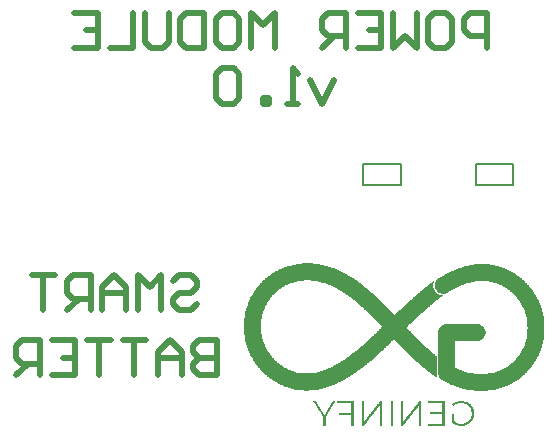
<source format=gbo>
G04*
G04 #@! TF.GenerationSoftware,Altium Limited,Altium Designer,20.1.8 (145)*
G04*
G04 Layer_Color=32896*
%FSLAX25Y25*%
%MOIN*%
G70*
G04*
G04 #@! TF.SameCoordinates,1FDAB6DA-E141-4DA2-B8DD-458AA00E26A3*
G04*
G04*
G04 #@! TF.FilePolarity,Positive*
G04*
G01*
G75*
%ADD12C,0.00787*%
%ADD17C,0.01968*%
G36*
X214078Y216538D02*
X215321D01*
Y216399D01*
X216289D01*
Y216261D01*
X216980D01*
Y216123D01*
X217533D01*
Y215985D01*
X218086D01*
Y215847D01*
X218500D01*
Y215708D01*
X218915D01*
Y215570D01*
X219329D01*
Y215432D01*
X219744D01*
Y215294D01*
X220020D01*
Y215156D01*
X220435D01*
Y215017D01*
X220711D01*
Y214879D01*
X220988D01*
Y214741D01*
X221402D01*
Y214603D01*
X221679D01*
Y214465D01*
X221955D01*
Y214326D01*
X222232D01*
Y214188D01*
X222508D01*
Y214050D01*
X222646D01*
Y213912D01*
X222923D01*
Y213774D01*
X223199D01*
Y213635D01*
X223337D01*
Y213497D01*
X223614D01*
Y213359D01*
X223890D01*
Y213221D01*
X224028D01*
Y213083D01*
X224305D01*
Y212944D01*
X224443D01*
Y212806D01*
X224581D01*
Y212668D01*
X224857D01*
Y212530D01*
X224996D01*
Y212392D01*
X225272D01*
Y212253D01*
X225410D01*
Y212115D01*
X225548D01*
Y211977D01*
X225687D01*
Y211839D01*
X225963D01*
Y211701D01*
X226101D01*
Y211562D01*
X226239D01*
Y211424D01*
X226378D01*
Y211286D01*
X226516D01*
Y211148D01*
X226654D01*
Y211010D01*
X226792D01*
Y210871D01*
X226930D01*
Y210733D01*
X227069D01*
Y210595D01*
X227207D01*
Y210457D01*
X227345D01*
Y210319D01*
X227483D01*
Y210180D01*
X227621D01*
Y210042D01*
X227760D01*
Y209904D01*
X227898D01*
Y209766D01*
X228036D01*
Y209628D01*
X228174D01*
Y209489D01*
X228312D01*
Y209351D01*
X228451D01*
Y209213D01*
X228589D01*
Y209075D01*
X228727D01*
Y208937D01*
Y208798D01*
X228865D01*
Y208660D01*
X229003D01*
Y208522D01*
X229142D01*
Y208384D01*
X229280D01*
Y208246D01*
Y208107D01*
X229418D01*
Y207969D01*
X229556D01*
Y207831D01*
X229694D01*
Y207693D01*
Y207555D01*
X229833D01*
Y207416D01*
X229971D01*
Y207278D01*
Y207140D01*
X230109D01*
Y207002D01*
X230247D01*
Y206863D01*
Y206725D01*
X230385D01*
Y206587D01*
X230524D01*
Y206449D01*
Y206311D01*
X230662D01*
Y206173D01*
Y206034D01*
X230800D01*
Y205896D01*
Y205758D01*
X230938D01*
Y205620D01*
X231076D01*
Y205482D01*
Y205343D01*
X231215D01*
Y205205D01*
Y205067D01*
X231353D01*
Y204929D01*
Y204790D01*
X231491D01*
Y204652D01*
Y204514D01*
X231629D01*
Y204376D01*
Y204238D01*
X231767D01*
Y204099D01*
Y203961D01*
Y203823D01*
X231906D01*
Y203685D01*
Y203547D01*
X232044D01*
Y203409D01*
Y203270D01*
X232182D01*
Y203132D01*
Y202994D01*
Y202856D01*
X232320D01*
Y202717D01*
Y202579D01*
Y202441D01*
X232458D01*
Y202303D01*
Y202165D01*
Y202027D01*
X232597D01*
Y201888D01*
Y201750D01*
Y201612D01*
X232735D01*
Y201474D01*
Y201336D01*
Y201197D01*
X232873D01*
Y201059D01*
Y200921D01*
Y200783D01*
Y200644D01*
X233011D01*
Y200506D01*
Y200368D01*
Y200230D01*
Y200092D01*
X233149D01*
Y199953D01*
Y199815D01*
Y199677D01*
Y199539D01*
Y199401D01*
X233288D01*
Y199262D01*
Y199124D01*
Y198986D01*
Y198848D01*
Y198710D01*
Y198572D01*
X233426D01*
Y198433D01*
Y198295D01*
Y198157D01*
Y198019D01*
Y197880D01*
Y197742D01*
Y197604D01*
Y197466D01*
X233564D01*
Y197328D01*
Y197189D01*
Y197051D01*
Y196913D01*
Y196775D01*
Y196637D01*
Y196499D01*
Y196360D01*
Y196222D01*
Y196084D01*
Y195946D01*
Y195808D01*
Y195669D01*
Y195531D01*
Y195393D01*
Y195255D01*
Y195116D01*
Y194978D01*
Y194840D01*
Y194702D01*
Y194564D01*
Y194425D01*
Y194287D01*
Y194149D01*
Y194011D01*
Y193873D01*
Y193735D01*
Y193596D01*
Y193458D01*
Y193320D01*
Y193182D01*
Y193043D01*
X233426D01*
Y192905D01*
Y192767D01*
Y192629D01*
Y192491D01*
Y192352D01*
Y192214D01*
Y192076D01*
X233288D01*
Y191938D01*
Y191800D01*
Y191662D01*
Y191523D01*
Y191385D01*
Y191247D01*
X233149D01*
Y191109D01*
Y190971D01*
Y190832D01*
Y190694D01*
Y190556D01*
X233011D01*
Y190418D01*
Y190279D01*
Y190141D01*
Y190003D01*
X232873D01*
Y189865D01*
Y189727D01*
Y189588D01*
Y189450D01*
X232735D01*
Y189312D01*
Y189174D01*
Y189036D01*
X232597D01*
Y188898D01*
Y188759D01*
Y188621D01*
X232458D01*
Y188483D01*
Y188345D01*
Y188207D01*
X232320D01*
Y188068D01*
Y187930D01*
Y187792D01*
X232182D01*
Y187654D01*
Y187515D01*
Y187377D01*
X232044D01*
Y187239D01*
Y187101D01*
X231906D01*
Y186963D01*
Y186825D01*
X231767D01*
Y186686D01*
Y186548D01*
Y186410D01*
X231629D01*
Y186272D01*
Y186133D01*
X231491D01*
Y185995D01*
Y185857D01*
X231353D01*
Y185719D01*
Y185581D01*
X231215D01*
Y185442D01*
Y185304D01*
X231076D01*
Y185166D01*
Y185028D01*
X230938D01*
Y184890D01*
X230800D01*
Y184751D01*
Y184613D01*
X230662D01*
Y184475D01*
Y184337D01*
X230524D01*
Y184199D01*
X230385D01*
Y184060D01*
Y183922D01*
X230247D01*
Y183784D01*
Y183646D01*
X230109D01*
Y183508D01*
X229971D01*
Y183370D01*
Y183231D01*
X229833D01*
Y183093D01*
X229694D01*
Y182955D01*
X229556D01*
Y182817D01*
Y182678D01*
X229418D01*
Y182540D01*
X229280D01*
Y182402D01*
Y182264D01*
X229142D01*
Y182126D01*
X229003D01*
Y181987D01*
X228865D01*
Y181849D01*
X228727D01*
Y181711D01*
X228589D01*
Y181573D01*
Y181435D01*
X228451D01*
Y181297D01*
X228312D01*
Y181158D01*
X228174D01*
Y181020D01*
X228036D01*
Y180882D01*
X227898D01*
Y180744D01*
X227760D01*
Y180605D01*
X227621D01*
Y180467D01*
X227483D01*
Y180329D01*
X227345D01*
Y180191D01*
X227207D01*
Y180053D01*
X227069D01*
Y179914D01*
X226930D01*
Y179776D01*
X226792D01*
Y179638D01*
X226654D01*
Y179500D01*
X226516D01*
Y179362D01*
X226378D01*
Y179223D01*
X226239D01*
Y179085D01*
X225963D01*
Y178947D01*
X225825D01*
Y178809D01*
X225687D01*
Y178671D01*
X225548D01*
Y178532D01*
X225272D01*
Y178394D01*
X225134D01*
Y178256D01*
X224996D01*
Y178118D01*
X224719D01*
Y177980D01*
X224581D01*
Y177841D01*
X224305D01*
Y177703D01*
X224166D01*
Y177565D01*
X223890D01*
Y177427D01*
X223614D01*
Y177289D01*
X223475D01*
Y177150D01*
X223199D01*
Y177012D01*
X222923D01*
Y176874D01*
X222646D01*
Y176736D01*
X222508D01*
Y176598D01*
X222232D01*
Y176459D01*
X221817D01*
Y176321D01*
X221541D01*
Y176183D01*
X221264D01*
Y176045D01*
X220988D01*
Y175907D01*
X220573D01*
Y175768D01*
X220297D01*
Y175630D01*
X219882D01*
Y175492D01*
X219467D01*
Y175354D01*
X219053D01*
Y175216D01*
X218500D01*
Y175077D01*
X218086D01*
Y174939D01*
X217394D01*
Y174801D01*
X216842D01*
Y174663D01*
X216013D01*
Y174525D01*
X214907D01*
Y174386D01*
X209932D01*
Y174525D01*
X208826D01*
Y174663D01*
X207997D01*
Y174801D01*
X207306D01*
Y174939D01*
X206753D01*
Y175077D01*
X206200D01*
Y175216D01*
X205647D01*
Y175354D01*
X205233D01*
Y175492D01*
X204818D01*
Y175630D01*
X204404D01*
Y175768D01*
X203989D01*
Y175907D01*
X203574D01*
Y176045D01*
X203298D01*
Y176183D01*
X202884D01*
Y176321D01*
X202607D01*
Y176459D01*
X202192D01*
Y176598D01*
X201916D01*
Y176736D01*
X201640D01*
Y176874D01*
X201363D01*
Y177012D01*
X201087D01*
Y177150D01*
X200811D01*
Y177289D01*
X200534D01*
Y177427D01*
X200258D01*
Y177565D01*
X199981D01*
Y177703D01*
X199705D01*
Y177841D01*
X199428D01*
Y177980D01*
X199290D01*
Y178118D01*
X199014D01*
Y178256D01*
X198876D01*
Y178394D01*
X198737D01*
Y178532D01*
Y178671D01*
X198599D01*
Y178809D01*
X198461D01*
Y178947D01*
Y179085D01*
X198323D01*
Y179223D01*
Y179362D01*
Y179500D01*
X198185D01*
Y179638D01*
Y179776D01*
Y179914D01*
Y180053D01*
Y180191D01*
X198047D01*
Y180329D01*
Y180467D01*
Y180605D01*
Y180744D01*
Y180882D01*
Y181020D01*
Y181158D01*
Y181297D01*
Y181435D01*
Y181573D01*
Y181711D01*
Y181849D01*
Y181987D01*
Y182126D01*
Y182264D01*
Y182402D01*
Y182540D01*
Y182678D01*
Y182817D01*
Y182955D01*
Y183093D01*
Y183231D01*
Y183370D01*
Y183508D01*
Y183646D01*
Y183784D01*
Y183922D01*
Y184060D01*
Y184199D01*
Y184337D01*
Y184475D01*
Y184613D01*
Y184751D01*
Y184890D01*
Y185028D01*
Y185166D01*
Y185304D01*
Y185442D01*
Y185581D01*
Y185719D01*
Y185857D01*
Y185995D01*
Y186133D01*
Y186272D01*
Y186410D01*
Y186548D01*
Y186686D01*
Y186825D01*
Y186963D01*
Y187101D01*
Y187239D01*
Y187377D01*
Y187515D01*
Y187654D01*
Y187792D01*
Y187930D01*
Y188068D01*
Y188207D01*
Y188345D01*
Y188483D01*
Y188621D01*
Y188759D01*
Y188898D01*
Y189036D01*
Y189174D01*
Y189312D01*
Y189450D01*
Y189588D01*
Y189727D01*
Y189865D01*
Y190003D01*
Y190141D01*
Y190279D01*
Y190418D01*
Y190556D01*
Y190694D01*
Y190832D01*
Y190971D01*
Y191109D01*
Y191247D01*
Y191385D01*
Y191523D01*
Y191662D01*
Y191800D01*
Y191938D01*
Y192076D01*
Y192214D01*
Y192352D01*
Y192491D01*
Y192629D01*
Y192767D01*
Y192905D01*
Y193043D01*
Y193182D01*
Y193320D01*
Y193458D01*
Y193596D01*
Y193735D01*
Y193873D01*
X198185D01*
Y194011D01*
Y194149D01*
Y194287D01*
Y194425D01*
Y194564D01*
X198323D01*
Y194702D01*
Y194840D01*
Y194978D01*
X198461D01*
Y195116D01*
Y195255D01*
X198599D01*
Y195393D01*
X198737D01*
Y195531D01*
X198876D01*
Y195669D01*
Y195808D01*
X199152D01*
Y195946D01*
X199290D01*
Y196084D01*
X199428D01*
Y196222D01*
X199705D01*
Y196360D01*
X200119D01*
Y196499D01*
X200672D01*
Y196637D01*
X211314D01*
Y196499D01*
X212005D01*
Y196360D01*
X212281D01*
Y196222D01*
X212558D01*
Y196084D01*
X212696D01*
Y195946D01*
X212972D01*
Y195808D01*
X213110D01*
Y195669D01*
X213248D01*
Y195531D01*
X213387D01*
Y195393D01*
Y195255D01*
X213525D01*
Y195116D01*
Y194978D01*
X213663D01*
Y194840D01*
Y194702D01*
X213801D01*
Y194564D01*
Y194425D01*
Y194287D01*
Y194149D01*
X213939D01*
Y194011D01*
Y193873D01*
Y193735D01*
Y193596D01*
Y193458D01*
Y193320D01*
X213801D01*
Y193182D01*
Y193043D01*
Y192905D01*
Y192767D01*
X213663D01*
Y192629D01*
Y192491D01*
X213525D01*
Y192352D01*
Y192214D01*
X213387D01*
Y192076D01*
X213248D01*
Y191938D01*
X213110D01*
Y191800D01*
X212972D01*
Y191662D01*
X212834D01*
Y191523D01*
X212696D01*
Y191385D01*
X212419D01*
Y191247D01*
X212143D01*
Y191109D01*
X211866D01*
Y190971D01*
X203851D01*
Y190832D01*
X203713D01*
Y190694D01*
Y190556D01*
Y190418D01*
Y190279D01*
Y190141D01*
Y190003D01*
Y189865D01*
Y189727D01*
Y189588D01*
Y189450D01*
Y189312D01*
Y189174D01*
Y189036D01*
Y188898D01*
Y188759D01*
Y188621D01*
Y188483D01*
Y188345D01*
Y188207D01*
Y188068D01*
Y187930D01*
Y187792D01*
Y187654D01*
Y187515D01*
Y187377D01*
Y187239D01*
Y187101D01*
Y186963D01*
Y186825D01*
Y186686D01*
Y186548D01*
Y186410D01*
Y186272D01*
Y186133D01*
Y185995D01*
Y185857D01*
Y185719D01*
Y185581D01*
Y185442D01*
Y185304D01*
Y185166D01*
Y185028D01*
Y184890D01*
Y184751D01*
Y184613D01*
Y184475D01*
Y184337D01*
Y184199D01*
Y184060D01*
Y183922D01*
Y183784D01*
Y183646D01*
Y183508D01*
Y183370D01*
Y183231D01*
Y183093D01*
Y182955D01*
Y182817D01*
Y182678D01*
Y182540D01*
Y182402D01*
Y182264D01*
Y182126D01*
Y181987D01*
X203989D01*
Y181849D01*
X204265D01*
Y181711D01*
X204542D01*
Y181573D01*
X204957D01*
Y181435D01*
X205233D01*
Y181297D01*
X205647D01*
Y181158D01*
X205924D01*
Y181020D01*
X206339D01*
Y180882D01*
X206753D01*
Y180744D01*
X207306D01*
Y180605D01*
X207859D01*
Y180467D01*
X208412D01*
Y180329D01*
X209103D01*
Y180191D01*
X210070D01*
Y180053D01*
X211866D01*
Y179914D01*
X212972D01*
Y180053D01*
X214769D01*
Y180191D01*
X215736D01*
Y180329D01*
X216427D01*
Y180467D01*
X216980D01*
Y180605D01*
X217394D01*
Y180744D01*
X217809D01*
Y180882D01*
X218224D01*
Y181020D01*
X218638D01*
Y181158D01*
X218915D01*
Y181297D01*
X219191D01*
Y181435D01*
X219467D01*
Y181573D01*
X219744D01*
Y181711D01*
X220020D01*
Y181849D01*
X220297D01*
Y181987D01*
X220573D01*
Y182126D01*
X220849D01*
Y182264D01*
X220988D01*
Y182402D01*
X221264D01*
Y182540D01*
X221402D01*
Y182678D01*
X221679D01*
Y182817D01*
X221817D01*
Y182955D01*
X221955D01*
Y183093D01*
X222232D01*
Y183231D01*
X222370D01*
Y183370D01*
X222508D01*
Y183508D01*
X222646D01*
Y183646D01*
X222784D01*
Y183784D01*
X222923D01*
Y183922D01*
X223199D01*
Y184060D01*
X223337D01*
Y184199D01*
X223475D01*
Y184337D01*
X223614D01*
Y184475D01*
X223752D01*
Y184613D01*
X223890D01*
Y184751D01*
X224028D01*
Y184890D01*
Y185028D01*
X224166D01*
Y185166D01*
X224305D01*
Y185304D01*
X224443D01*
Y185442D01*
X224581D01*
Y185581D01*
X224719D01*
Y185719D01*
Y185857D01*
X224857D01*
Y185995D01*
X224996D01*
Y186133D01*
X225134D01*
Y186272D01*
Y186410D01*
X225272D01*
Y186548D01*
X225410D01*
Y186686D01*
Y186825D01*
X225548D01*
Y186963D01*
X225687D01*
Y187101D01*
Y187239D01*
X225825D01*
Y187377D01*
Y187515D01*
X225963D01*
Y187654D01*
X226101D01*
Y187792D01*
Y187930D01*
X226239D01*
Y188068D01*
Y188207D01*
X226378D01*
Y188345D01*
Y188483D01*
X226516D01*
Y188621D01*
Y188759D01*
X226654D01*
Y188898D01*
Y189036D01*
Y189174D01*
X226792D01*
Y189312D01*
Y189450D01*
X226930D01*
Y189588D01*
Y189727D01*
X227069D01*
Y189865D01*
Y190003D01*
Y190141D01*
X227207D01*
Y190279D01*
Y190418D01*
Y190556D01*
X227345D01*
Y190694D01*
Y190832D01*
Y190971D01*
Y191109D01*
X227483D01*
Y191247D01*
Y191385D01*
Y191523D01*
Y191662D01*
X227621D01*
Y191800D01*
Y191938D01*
Y192076D01*
Y192214D01*
X227760D01*
Y192352D01*
Y192491D01*
Y192629D01*
Y192767D01*
Y192905D01*
Y193043D01*
Y193182D01*
X227898D01*
Y193320D01*
Y193458D01*
Y193596D01*
Y193735D01*
Y193873D01*
Y194011D01*
Y194149D01*
Y194287D01*
Y194425D01*
Y194564D01*
Y194702D01*
Y194840D01*
Y194978D01*
Y195116D01*
X228036D01*
Y195255D01*
Y195393D01*
Y195531D01*
X227898D01*
Y195669D01*
Y195808D01*
Y195946D01*
Y196084D01*
Y196222D01*
Y196360D01*
Y196499D01*
Y196637D01*
Y196775D01*
Y196913D01*
Y197051D01*
Y197189D01*
Y197328D01*
Y197466D01*
X227760D01*
Y197604D01*
Y197742D01*
Y197880D01*
Y198019D01*
Y198157D01*
Y198295D01*
X227621D01*
Y198433D01*
Y198572D01*
Y198710D01*
Y198848D01*
Y198986D01*
X227483D01*
Y199124D01*
Y199262D01*
Y199401D01*
Y199539D01*
X227345D01*
Y199677D01*
Y199815D01*
Y199953D01*
Y200092D01*
X227207D01*
Y200230D01*
Y200368D01*
Y200506D01*
X227069D01*
Y200644D01*
Y200783D01*
X226930D01*
Y200921D01*
Y201059D01*
Y201197D01*
X226792D01*
Y201336D01*
Y201474D01*
X226654D01*
Y201612D01*
Y201750D01*
Y201888D01*
X226516D01*
Y202027D01*
Y202165D01*
X226378D01*
Y202303D01*
Y202441D01*
X226239D01*
Y202579D01*
Y202717D01*
X226101D01*
Y202856D01*
Y202994D01*
X225963D01*
Y203132D01*
X225825D01*
Y203270D01*
Y203409D01*
X225687D01*
Y203547D01*
Y203685D01*
X225548D01*
Y203823D01*
X225410D01*
Y203961D01*
Y204099D01*
X225272D01*
Y204238D01*
X225134D01*
Y204376D01*
Y204514D01*
X224996D01*
Y204652D01*
X224857D01*
Y204790D01*
X224719D01*
Y204929D01*
Y205067D01*
X224581D01*
Y205205D01*
X224443D01*
Y205343D01*
X224305D01*
Y205482D01*
X224166D01*
Y205620D01*
Y205758D01*
X224028D01*
Y205896D01*
X223890D01*
Y206034D01*
X223752D01*
Y206173D01*
X223614D01*
Y206311D01*
X223475D01*
Y206449D01*
X223337D01*
Y206587D01*
X223199D01*
Y206725D01*
X223061D01*
Y206863D01*
X222923D01*
Y207002D01*
X222784D01*
Y207140D01*
X222646D01*
Y207278D01*
X222370D01*
Y207416D01*
X222232D01*
Y207555D01*
X222093D01*
Y207693D01*
X221955D01*
Y207831D01*
X221679D01*
Y207969D01*
X221541D01*
Y208107D01*
X221402D01*
Y208246D01*
X221126D01*
Y208384D01*
X220988D01*
Y208522D01*
X220711D01*
Y208660D01*
X220573D01*
Y208798D01*
X220297D01*
Y208937D01*
X220020D01*
Y209075D01*
X219744D01*
Y209213D01*
X219606D01*
Y209351D01*
X219329D01*
Y209489D01*
X219053D01*
Y209628D01*
X218776D01*
Y209766D01*
X218362D01*
Y209904D01*
X218086D01*
Y210042D01*
X217671D01*
Y210180D01*
X217394D01*
Y210319D01*
X216980D01*
Y210457D01*
X216427D01*
Y210595D01*
X215874D01*
Y210733D01*
X215183D01*
Y210871D01*
X213939D01*
Y211010D01*
X211590D01*
Y210871D01*
X210485D01*
Y210733D01*
X209655D01*
Y210595D01*
X208964D01*
Y210457D01*
X208412D01*
Y210319D01*
X207997D01*
Y210180D01*
X207582D01*
Y210042D01*
X207168D01*
Y209904D01*
X206753D01*
Y209766D01*
X206339D01*
Y209628D01*
X206062D01*
Y209489D01*
X205647D01*
Y209351D01*
X205371D01*
Y209213D01*
X205095D01*
Y209075D01*
X204818D01*
Y208937D01*
X204542D01*
Y208798D01*
X204265D01*
Y208660D01*
X203989D01*
Y208522D01*
X203713D01*
Y208384D01*
X203436D01*
Y208246D01*
X203160D01*
Y208107D01*
X202884D01*
Y207969D01*
X202607D01*
Y207831D01*
X202469D01*
Y207693D01*
X202192D01*
Y207555D01*
X201916D01*
Y207416D01*
X201778D01*
Y207278D01*
X201501D01*
Y207140D01*
X201225D01*
Y207002D01*
X200949D01*
Y206863D01*
X200672D01*
Y206725D01*
X199843D01*
Y206587D01*
X199705D01*
Y206725D01*
X199014D01*
Y206863D01*
X198599D01*
Y207002D01*
X198323D01*
Y207140D01*
X198185D01*
Y207278D01*
X197908D01*
Y207416D01*
X197770D01*
Y207555D01*
X197632D01*
Y207693D01*
Y207831D01*
X197494D01*
Y207969D01*
X197355D01*
Y208107D01*
Y208246D01*
X197217D01*
Y208384D01*
Y208522D01*
X197079D01*
Y208660D01*
Y208798D01*
Y208937D01*
Y209075D01*
X196941D01*
Y209213D01*
Y209351D01*
Y209489D01*
Y209628D01*
Y209766D01*
X197079D01*
Y209904D01*
Y210042D01*
Y210180D01*
Y210319D01*
X197217D01*
Y210457D01*
Y210595D01*
Y210733D01*
X197355D01*
Y210871D01*
Y211010D01*
X197494D01*
Y211148D01*
X197632D01*
Y211286D01*
X197770D01*
Y211424D01*
X197908D01*
Y211562D01*
X198047D01*
Y211701D01*
X198185D01*
Y211839D01*
X198323D01*
Y211977D01*
X198599D01*
Y212115D01*
X198876D01*
Y212253D01*
X199014D01*
Y212392D01*
X199290D01*
Y212530D01*
X199567D01*
Y212668D01*
X199705D01*
Y212806D01*
X199981D01*
Y212944D01*
X200258D01*
Y213083D01*
X200534D01*
Y213221D01*
X200811D01*
Y213359D01*
X201087D01*
Y213497D01*
X201363D01*
Y213635D01*
X201640D01*
Y213774D01*
X201916D01*
Y213912D01*
X202192D01*
Y214050D01*
X202469D01*
Y214188D01*
X202745D01*
Y214326D01*
X203022D01*
Y214465D01*
X203298D01*
Y214603D01*
X203713D01*
Y214741D01*
X203989D01*
Y214879D01*
X204404D01*
Y215017D01*
X204680D01*
Y215156D01*
X205095D01*
Y215294D01*
X205509D01*
Y215432D01*
X205924D01*
Y215570D01*
X206339D01*
Y215708D01*
X206891D01*
Y215847D01*
X207306D01*
Y215985D01*
X207859D01*
Y216123D01*
X208550D01*
Y216261D01*
X209241D01*
Y216399D01*
X210070D01*
Y216538D01*
X211452D01*
Y216676D01*
X214078D01*
Y216538D01*
D02*
G37*
G36*
X156310Y216676D02*
X157692D01*
Y216538D01*
X158659D01*
Y216399D01*
X159350D01*
Y216261D01*
X160041D01*
Y216123D01*
X160594D01*
Y215985D01*
X161147D01*
Y215847D01*
X161562D01*
Y215708D01*
X161976D01*
Y215570D01*
X162391D01*
Y215432D01*
X162805D01*
Y215294D01*
X163220D01*
Y215156D01*
X163635D01*
Y215017D01*
X163911D01*
Y214879D01*
X164325D01*
Y214741D01*
X164602D01*
Y214603D01*
X165016D01*
Y214465D01*
X165293D01*
Y214326D01*
X165569D01*
Y214188D01*
X165846D01*
Y214050D01*
X166122D01*
Y213912D01*
X166399D01*
Y213774D01*
X166675D01*
Y213635D01*
X166951D01*
Y213497D01*
X167228D01*
Y213359D01*
X167504D01*
Y213221D01*
X167780D01*
Y213083D01*
X167919D01*
Y212944D01*
X168195D01*
Y212806D01*
X168472D01*
Y212668D01*
X168610D01*
Y212530D01*
X168886D01*
Y212392D01*
X169162D01*
Y212253D01*
X169301D01*
Y212115D01*
X169577D01*
Y211977D01*
X169715D01*
Y211839D01*
X169992D01*
Y211701D01*
X170130D01*
Y211562D01*
X170406D01*
Y211424D01*
X170545D01*
Y211286D01*
X170821D01*
Y211148D01*
X170959D01*
Y211010D01*
X171236D01*
Y210871D01*
X171374D01*
Y210733D01*
X171512D01*
Y210595D01*
X171788D01*
Y210457D01*
X171927D01*
Y210319D01*
X172065D01*
Y210180D01*
X172341D01*
Y210042D01*
X172479D01*
Y209904D01*
X172618D01*
Y209766D01*
X172894D01*
Y209628D01*
X173032D01*
Y209489D01*
X173170D01*
Y209351D01*
X173309D01*
Y209213D01*
X173585D01*
Y209075D01*
X173723D01*
Y208937D01*
X173861D01*
Y208798D01*
X174000D01*
Y208660D01*
X174276D01*
Y208522D01*
X174414D01*
Y208384D01*
X174552D01*
Y208246D01*
X174690D01*
Y208107D01*
X174829D01*
Y207969D01*
X174967D01*
Y207831D01*
X175243D01*
Y207693D01*
X175382D01*
Y207555D01*
X175520D01*
Y207416D01*
X175658D01*
Y207278D01*
X175796D01*
Y207140D01*
X175934D01*
Y207002D01*
X176073D01*
Y206863D01*
X176349D01*
Y206725D01*
X176487D01*
Y206587D01*
X176625D01*
Y206449D01*
X176764D01*
Y206311D01*
X176902D01*
Y206173D01*
X177040D01*
Y206034D01*
X177178D01*
Y205896D01*
X177316D01*
Y205758D01*
X177454D01*
Y205620D01*
X177593D01*
Y205482D01*
X177731D01*
Y205343D01*
X178007D01*
Y205205D01*
X178146D01*
Y205067D01*
X178284D01*
Y204929D01*
X178422D01*
Y204790D01*
X178560D01*
Y204652D01*
X178698D01*
Y204514D01*
X178837D01*
Y204376D01*
X178975D01*
Y204238D01*
X179113D01*
Y204099D01*
X179251D01*
Y203961D01*
X179389D01*
Y203823D01*
X179528D01*
Y203685D01*
X179666D01*
Y203547D01*
X179804D01*
Y203409D01*
X179942D01*
Y203270D01*
X180080D01*
Y203132D01*
X180219D01*
Y202994D01*
X180357D01*
Y202856D01*
X180495D01*
Y202717D01*
X180633D01*
Y202579D01*
X180771D01*
Y202441D01*
X180910D01*
Y202303D01*
X181048D01*
Y202165D01*
X181186D01*
Y202027D01*
X181324D01*
Y201888D01*
X181462D01*
Y201750D01*
X181601D01*
Y201612D01*
X181739D01*
Y201474D01*
X181877D01*
Y201336D01*
X182015D01*
Y201197D01*
X182153D01*
Y201059D01*
X182292D01*
Y200921D01*
X182430D01*
Y200783D01*
X182568D01*
Y200644D01*
X182706D01*
Y200506D01*
X182844D01*
Y200368D01*
X182983D01*
Y200230D01*
X183121D01*
Y200092D01*
X183259D01*
Y199953D01*
X183397D01*
Y199815D01*
X183535D01*
Y199677D01*
X183812D01*
Y199815D01*
X183950D01*
Y199953D01*
X184088D01*
Y200092D01*
X184226D01*
Y200230D01*
X184365D01*
Y200368D01*
X184503D01*
Y200506D01*
X184641D01*
Y200644D01*
X184779D01*
Y200783D01*
X184917D01*
Y200921D01*
X185056D01*
Y201059D01*
X185194D01*
Y201197D01*
X185332D01*
Y201336D01*
X185470D01*
Y201474D01*
X185608D01*
Y201612D01*
X185747D01*
Y201750D01*
X186023D01*
Y201888D01*
X186161D01*
Y202027D01*
X186299D01*
Y202165D01*
X186438D01*
Y202303D01*
X186576D01*
Y202441D01*
X186714D01*
Y202579D01*
X186852D01*
Y202717D01*
X186990D01*
Y202856D01*
X187129D01*
Y202994D01*
X187267D01*
Y203132D01*
X187405D01*
Y203270D01*
X187543D01*
Y203409D01*
X187820D01*
Y203547D01*
X187958D01*
Y203685D01*
X188096D01*
Y203823D01*
X188234D01*
Y203961D01*
X188372D01*
Y204099D01*
X188511D01*
Y204238D01*
X188649D01*
Y204376D01*
X188787D01*
Y204514D01*
X188925D01*
Y204652D01*
X189063D01*
Y204790D01*
X189340D01*
Y204929D01*
X189478D01*
Y205067D01*
X189616D01*
Y205205D01*
X189754D01*
Y205343D01*
X189893D01*
Y205482D01*
X190031D01*
Y205620D01*
X190169D01*
Y205758D01*
X190307D01*
Y205896D01*
X190584D01*
Y206034D01*
X190722D01*
Y206173D01*
X190860D01*
Y206311D01*
X190998D01*
Y206449D01*
X191136D01*
Y206587D01*
X191275D01*
Y206725D01*
X191413D01*
Y206863D01*
X191689D01*
Y207002D01*
X191827D01*
Y207140D01*
X191966D01*
Y207278D01*
X192104D01*
Y207416D01*
X192242D01*
Y207555D01*
X192380D01*
Y207693D01*
X192657D01*
Y207831D01*
X192795D01*
Y207969D01*
X192933D01*
Y208107D01*
X193071D01*
Y208246D01*
X193209D01*
Y208384D01*
X193486D01*
Y208522D01*
X193624D01*
Y208660D01*
X193762D01*
Y208798D01*
X193901D01*
Y208937D01*
X194177D01*
Y209075D01*
X194315D01*
Y209213D01*
X194453D01*
Y209351D01*
X194591D01*
Y209489D01*
X194868D01*
Y209628D01*
X195006D01*
Y209766D01*
X195144D01*
Y209904D01*
X195421D01*
Y210042D01*
X195559D01*
Y210180D01*
X195697D01*
Y210319D01*
X195974D01*
Y210457D01*
X196112D01*
Y210595D01*
X196250D01*
Y210733D01*
X196526D01*
Y210871D01*
X196664D01*
Y211010D01*
X196803D01*
Y210871D01*
Y210733D01*
X196664D01*
Y210595D01*
Y210457D01*
Y210319D01*
X196526D01*
Y210180D01*
Y210042D01*
Y209904D01*
Y209766D01*
Y209628D01*
Y209489D01*
Y209351D01*
Y209213D01*
Y209075D01*
Y208937D01*
Y208798D01*
Y208660D01*
X196664D01*
Y208522D01*
Y208384D01*
Y208246D01*
X196803D01*
Y208107D01*
Y207969D01*
X196941D01*
Y207831D01*
Y207693D01*
X197079D01*
Y207555D01*
Y207416D01*
X197217D01*
Y207278D01*
X197355D01*
Y207140D01*
X197494D01*
Y207002D01*
X197632D01*
Y206863D01*
X197770D01*
Y206725D01*
X198047D01*
Y206587D01*
X198323D01*
Y206449D01*
X198599D01*
Y206311D01*
X199014D01*
Y206173D01*
X199705D01*
Y206034D01*
X199567D01*
Y205896D01*
X199290D01*
Y205758D01*
X199152D01*
Y205620D01*
X199014D01*
Y205482D01*
X198737D01*
Y205343D01*
X198599D01*
Y205205D01*
X198461D01*
Y205067D01*
X198185D01*
Y204929D01*
X198047D01*
Y204790D01*
X197908D01*
Y204652D01*
X197770D01*
Y204514D01*
X197494D01*
Y204376D01*
X197355D01*
Y204238D01*
X197217D01*
Y204099D01*
X197079D01*
Y203961D01*
X196803D01*
Y203823D01*
X196664D01*
Y203685D01*
X196526D01*
Y203547D01*
X196388D01*
Y203409D01*
X196250D01*
Y203270D01*
X196112D01*
Y203132D01*
X195835D01*
Y202994D01*
X195697D01*
Y202856D01*
X195559D01*
Y202717D01*
X195421D01*
Y202579D01*
X195282D01*
Y202441D01*
X195144D01*
Y202303D01*
X194868D01*
Y202165D01*
X194730D01*
Y202027D01*
X194591D01*
Y201888D01*
X194453D01*
Y201750D01*
X194315D01*
Y201612D01*
X194177D01*
Y201474D01*
X194039D01*
Y201336D01*
X193762D01*
Y201197D01*
X193624D01*
Y201059D01*
X193486D01*
Y200921D01*
X193348D01*
Y200783D01*
X193209D01*
Y200644D01*
X193071D01*
Y200506D01*
X192933D01*
Y200368D01*
X192795D01*
Y200230D01*
X192518D01*
Y200092D01*
X192380D01*
Y199953D01*
X192242D01*
Y199815D01*
X192104D01*
Y199677D01*
X191966D01*
Y199539D01*
X191827D01*
Y199401D01*
X191689D01*
Y199262D01*
X191551D01*
Y199124D01*
X191413D01*
Y198986D01*
X191275D01*
Y198848D01*
X191136D01*
Y198710D01*
X190860D01*
Y198572D01*
X190722D01*
Y198433D01*
X190584D01*
Y198295D01*
X190445D01*
Y198157D01*
X190307D01*
Y198019D01*
X190169D01*
Y197880D01*
X190031D01*
Y197742D01*
X189893D01*
Y197604D01*
X189754D01*
Y197466D01*
X189616D01*
Y197328D01*
X189478D01*
Y197189D01*
X189340D01*
Y197051D01*
X189202D01*
Y196913D01*
X188925D01*
Y196775D01*
X188787D01*
Y196637D01*
X188649D01*
Y196499D01*
X188511D01*
Y196360D01*
X188372D01*
Y196222D01*
X188234D01*
Y196084D01*
X188096D01*
Y195946D01*
X187958D01*
Y195808D01*
X187820D01*
Y195669D01*
X187681D01*
Y195531D01*
Y195393D01*
Y195255D01*
X187820D01*
Y195116D01*
X187958D01*
Y194978D01*
X188096D01*
Y194840D01*
X188234D01*
Y194702D01*
X188372D01*
Y194564D01*
X188511D01*
Y194425D01*
X188649D01*
Y194287D01*
X188787D01*
Y194149D01*
X188925D01*
Y194011D01*
X189063D01*
Y193873D01*
X189202D01*
Y193735D01*
X189340D01*
Y193596D01*
X189478D01*
Y193458D01*
X189616D01*
Y193320D01*
X189754D01*
Y193182D01*
X189893D01*
Y193043D01*
X190031D01*
Y192905D01*
X190169D01*
Y192767D01*
X190307D01*
Y192629D01*
X190445D01*
Y192491D01*
X190584D01*
Y192352D01*
X190722D01*
Y192214D01*
X190860D01*
Y192076D01*
X190998D01*
Y191938D01*
X191136D01*
Y191800D01*
X191275D01*
Y191662D01*
X191413D01*
Y191523D01*
X191551D01*
Y191385D01*
X191689D01*
Y191247D01*
X191827D01*
Y191109D01*
X191966D01*
Y190971D01*
X192104D01*
Y190832D01*
X192242D01*
Y190694D01*
X192380D01*
Y190556D01*
X192518D01*
Y190418D01*
X192657D01*
Y190279D01*
X192795D01*
Y190141D01*
X192933D01*
Y190003D01*
X193071D01*
Y189865D01*
X193209D01*
Y189727D01*
X193348D01*
Y189588D01*
X193486D01*
Y189450D01*
X193624D01*
Y189312D01*
X193762D01*
Y189174D01*
X193901D01*
Y189036D01*
X194039D01*
Y188898D01*
X194177D01*
Y188759D01*
X194315D01*
Y188621D01*
X194591D01*
Y188483D01*
X194730D01*
Y188345D01*
X194868D01*
Y188207D01*
X195006D01*
Y188068D01*
X195144D01*
Y187930D01*
X195282D01*
Y187792D01*
X195421D01*
Y187654D01*
X195559D01*
Y187515D01*
X195697D01*
Y187377D01*
X195974D01*
Y187239D01*
X196112D01*
Y187101D01*
X196250D01*
Y186963D01*
X196388D01*
Y186825D01*
X196526D01*
Y186686D01*
X196664D01*
Y186548D01*
X196941D01*
Y186410D01*
X197079D01*
Y186272D01*
X197217D01*
Y186133D01*
X197355D01*
Y185995D01*
X197632D01*
Y185857D01*
Y185719D01*
Y185581D01*
Y185442D01*
Y185304D01*
Y185166D01*
Y185028D01*
Y184890D01*
Y184751D01*
Y184613D01*
Y184475D01*
Y184337D01*
Y184199D01*
Y184060D01*
Y183922D01*
Y183784D01*
Y183646D01*
Y183508D01*
Y183370D01*
Y183231D01*
Y183093D01*
Y182955D01*
Y182817D01*
Y182678D01*
Y182540D01*
Y182402D01*
Y182264D01*
Y182126D01*
Y181987D01*
Y181849D01*
Y181711D01*
Y181573D01*
Y181435D01*
Y181297D01*
Y181158D01*
Y181020D01*
Y180882D01*
Y180744D01*
Y180605D01*
Y180467D01*
Y180329D01*
Y180191D01*
Y180053D01*
Y179914D01*
Y179776D01*
Y179638D01*
Y179500D01*
X197770D01*
Y179362D01*
Y179223D01*
Y179085D01*
X197908D01*
Y178947D01*
Y178809D01*
X197770D01*
Y178947D01*
X197494D01*
Y179085D01*
X197217D01*
Y179223D01*
X197079D01*
Y179362D01*
X196803D01*
Y179500D01*
X196664D01*
Y179638D01*
X196388D01*
Y179776D01*
X196250D01*
Y179914D01*
X195974D01*
Y180053D01*
X195835D01*
Y180191D01*
X195559D01*
Y180329D01*
X195421D01*
Y180467D01*
X195282D01*
Y180605D01*
X195006D01*
Y180744D01*
X194868D01*
Y180882D01*
X194730D01*
Y181020D01*
X194453D01*
Y181158D01*
X194315D01*
Y181297D01*
X194177D01*
Y181435D01*
X194039D01*
Y181573D01*
X193762D01*
Y181711D01*
X193624D01*
Y181849D01*
X193486D01*
Y181987D01*
X193348D01*
Y182126D01*
X193071D01*
Y182264D01*
X192933D01*
Y182402D01*
X192795D01*
Y182540D01*
X192657D01*
Y182678D01*
X192518D01*
Y182817D01*
X192380D01*
Y182955D01*
X192104D01*
Y183093D01*
X191966D01*
Y183231D01*
X191827D01*
Y183370D01*
X191689D01*
Y183508D01*
X191551D01*
Y183646D01*
X191413D01*
Y183784D01*
X191275D01*
Y183922D01*
X191136D01*
Y184060D01*
X190860D01*
Y184199D01*
X190722D01*
Y184337D01*
X190584D01*
Y184475D01*
X190445D01*
Y184613D01*
X190307D01*
Y184751D01*
X190169D01*
Y184890D01*
X190031D01*
Y185028D01*
X189893D01*
Y185166D01*
X189754D01*
Y185304D01*
X189616D01*
Y185442D01*
X189478D01*
Y185581D01*
X189340D01*
Y185719D01*
X189202D01*
Y185857D01*
X189063D01*
Y185995D01*
X188787D01*
Y186133D01*
X188649D01*
Y186272D01*
X188511D01*
Y186410D01*
X188372D01*
Y186548D01*
X188234D01*
Y186686D01*
X188096D01*
Y186825D01*
X187958D01*
Y186963D01*
X187820D01*
Y187101D01*
X187681D01*
Y187239D01*
X187543D01*
Y187377D01*
X187405D01*
Y187515D01*
X187267D01*
Y187654D01*
X187129D01*
Y187792D01*
X186990D01*
Y187930D01*
X186852D01*
Y188068D01*
X186714D01*
Y188207D01*
X186576D01*
Y188345D01*
X186438D01*
Y188483D01*
X186299D01*
Y188621D01*
X186161D01*
Y188759D01*
X186023D01*
Y188898D01*
X185885D01*
Y189036D01*
X185747D01*
Y189174D01*
X185608D01*
Y189312D01*
X185470D01*
Y189450D01*
X185332D01*
Y189588D01*
Y189727D01*
X185194D01*
Y189865D01*
X185056D01*
Y190003D01*
X184917D01*
Y190141D01*
X184779D01*
Y190279D01*
X184641D01*
Y190418D01*
X184503D01*
Y190556D01*
X184365D01*
Y190694D01*
X184226D01*
Y190832D01*
X184088D01*
Y190971D01*
X183950D01*
Y191109D01*
X183812D01*
Y191247D01*
X183674D01*
Y191385D01*
X183535D01*
Y191523D01*
X183397D01*
Y191385D01*
X183259D01*
Y191247D01*
X183121D01*
Y191109D01*
X182844D01*
Y190971D01*
X182706D01*
Y190832D01*
X182568D01*
Y190694D01*
X182430D01*
Y190556D01*
X182292D01*
Y190418D01*
X182153D01*
Y190279D01*
X182015D01*
Y190141D01*
X181877D01*
Y190003D01*
X181739D01*
Y189865D01*
X181601D01*
Y189727D01*
X181462D01*
Y189588D01*
X181324D01*
Y189450D01*
X181186D01*
Y189312D01*
X181048D01*
Y189174D01*
X180910D01*
Y189036D01*
X180771D01*
Y188898D01*
X180633D01*
Y188759D01*
X180495D01*
Y188621D01*
X180357D01*
Y188483D01*
X180219D01*
Y188345D01*
X180080D01*
Y188207D01*
X179942D01*
Y188068D01*
X179804D01*
Y187930D01*
X179666D01*
Y187792D01*
X179528D01*
Y187654D01*
X179389D01*
Y187515D01*
X179251D01*
Y187377D01*
X178975D01*
Y187239D01*
X178837D01*
Y187101D01*
X178698D01*
Y186963D01*
X178560D01*
Y186825D01*
X178422D01*
Y186686D01*
X178284D01*
Y186548D01*
X178146D01*
Y186410D01*
X178007D01*
Y186272D01*
X177869D01*
Y186133D01*
X177731D01*
Y185995D01*
X177593D01*
Y185857D01*
X177454D01*
Y185719D01*
X177316D01*
Y185581D01*
X177178D01*
Y185442D01*
X176902D01*
Y185304D01*
X176764D01*
Y185166D01*
X176625D01*
Y185028D01*
X176487D01*
Y184890D01*
X176349D01*
Y184751D01*
X176073D01*
Y184613D01*
X175934D01*
Y184475D01*
X175796D01*
Y184337D01*
X175658D01*
Y184199D01*
X175520D01*
Y184060D01*
X175243D01*
Y183922D01*
X175105D01*
Y183784D01*
X174967D01*
Y183646D01*
X174829D01*
Y183508D01*
X174552D01*
Y183370D01*
X174414D01*
Y183231D01*
X174276D01*
Y183093D01*
X174138D01*
Y182955D01*
X173861D01*
Y182817D01*
X173723D01*
Y182678D01*
X173585D01*
Y182540D01*
X173309D01*
Y182402D01*
X173170D01*
Y182264D01*
X173032D01*
Y182126D01*
X172894D01*
Y181987D01*
X172618D01*
Y181849D01*
X172479D01*
Y181711D01*
X172341D01*
Y181573D01*
X172065D01*
Y181435D01*
X171927D01*
Y181297D01*
X171650D01*
Y181158D01*
X171512D01*
Y181020D01*
X171374D01*
Y180882D01*
X171097D01*
Y180744D01*
X170959D01*
Y180605D01*
X170683D01*
Y180467D01*
X170545D01*
Y180329D01*
X170268D01*
Y180191D01*
X170130D01*
Y180053D01*
X169853D01*
Y179914D01*
X169715D01*
Y179776D01*
X169439D01*
Y179638D01*
X169301D01*
Y179500D01*
X169024D01*
Y179362D01*
X168886D01*
Y179223D01*
X168610D01*
Y179085D01*
X168472D01*
Y178947D01*
X168195D01*
Y178809D01*
X167919D01*
Y178671D01*
X167780D01*
Y178532D01*
X167504D01*
Y178394D01*
X167228D01*
Y178256D01*
X166951D01*
Y178118D01*
X166813D01*
Y177980D01*
X166537D01*
Y177841D01*
X166260D01*
Y177703D01*
X165984D01*
Y177565D01*
X165708D01*
Y177427D01*
X165431D01*
Y177289D01*
X165155D01*
Y177150D01*
X164878D01*
Y177012D01*
X164602D01*
Y176874D01*
X164325D01*
Y176736D01*
X163911D01*
Y176598D01*
X163635D01*
Y176459D01*
X163358D01*
Y176321D01*
X162943D01*
Y176183D01*
X162667D01*
Y176045D01*
X162252D01*
Y175907D01*
X161838D01*
Y175768D01*
X161423D01*
Y175630D01*
X161009D01*
Y175492D01*
X160594D01*
Y175354D01*
X160179D01*
Y175216D01*
X159627D01*
Y175077D01*
X159074D01*
Y174939D01*
X158383D01*
Y174801D01*
X157692D01*
Y174663D01*
X156725D01*
Y174525D01*
X154928D01*
Y174386D01*
X153546D01*
Y174525D01*
X151888D01*
Y174663D01*
X150920D01*
Y174801D01*
X150229D01*
Y174939D01*
X149538D01*
Y175077D01*
X148985D01*
Y175216D01*
X148571D01*
Y175354D01*
X148156D01*
Y175492D01*
X147741D01*
Y175630D01*
X147327D01*
Y175768D01*
X146912D01*
Y175907D01*
X146636D01*
Y176045D01*
X146360D01*
Y176183D01*
X145945D01*
Y176321D01*
X145668D01*
Y176459D01*
X145392D01*
Y176598D01*
X145116D01*
Y176736D01*
X144839D01*
Y176874D01*
X144563D01*
Y177012D01*
X144286D01*
Y177150D01*
X144148D01*
Y177289D01*
X143872D01*
Y177427D01*
X143595D01*
Y177565D01*
X143457D01*
Y177703D01*
X143181D01*
Y177841D01*
X143043D01*
Y177980D01*
X142766D01*
Y178118D01*
X142628D01*
Y178256D01*
X142352D01*
Y178394D01*
X142213D01*
Y178532D01*
X141937D01*
Y178671D01*
X141799D01*
Y178809D01*
X141661D01*
Y178947D01*
X141522D01*
Y179085D01*
X141246D01*
Y179223D01*
X141108D01*
Y179362D01*
X140970D01*
Y179500D01*
X140831D01*
Y179638D01*
X140693D01*
Y179776D01*
X140417D01*
Y179914D01*
X140279D01*
Y180053D01*
X140140D01*
Y180191D01*
X140002D01*
Y180329D01*
X139864D01*
Y180467D01*
X139726D01*
Y180605D01*
X139588D01*
Y180744D01*
X139449D01*
Y180882D01*
X139311D01*
Y181020D01*
X139173D01*
Y181158D01*
X139035D01*
Y181297D01*
X138897D01*
Y181435D01*
X138758D01*
Y181573D01*
Y181711D01*
X138620D01*
Y181849D01*
X138482D01*
Y181987D01*
X138344D01*
Y182126D01*
X138206D01*
Y182264D01*
X138067D01*
Y182402D01*
Y182540D01*
X137929D01*
Y182678D01*
X137791D01*
Y182817D01*
X137653D01*
Y182955D01*
X137515D01*
Y183093D01*
Y183231D01*
X137376D01*
Y183370D01*
X137238D01*
Y183508D01*
Y183646D01*
X137100D01*
Y183784D01*
X136962D01*
Y183922D01*
Y184060D01*
X136824D01*
Y184199D01*
X136685D01*
Y184337D01*
Y184475D01*
X136547D01*
Y184613D01*
X136409D01*
Y184751D01*
Y184890D01*
X136271D01*
Y185028D01*
Y185166D01*
X136133D01*
Y185304D01*
X135994D01*
Y185442D01*
Y185581D01*
X135856D01*
Y185719D01*
Y185857D01*
X135718D01*
Y185995D01*
Y186133D01*
X135580D01*
Y186272D01*
Y186410D01*
X135442D01*
Y186548D01*
Y186686D01*
X135303D01*
Y186825D01*
Y186963D01*
X135165D01*
Y187101D01*
Y187239D01*
Y187377D01*
X135027D01*
Y187515D01*
Y187654D01*
X134889D01*
Y187792D01*
Y187930D01*
Y188068D01*
X134751D01*
Y188207D01*
Y188345D01*
Y188483D01*
X134612D01*
Y188621D01*
Y188759D01*
X134474D01*
Y188898D01*
Y189036D01*
Y189174D01*
X134336D01*
Y189312D01*
Y189450D01*
Y189588D01*
Y189727D01*
X134198D01*
Y189865D01*
Y190003D01*
Y190141D01*
X134060D01*
Y190279D01*
Y190418D01*
Y190556D01*
Y190694D01*
X133921D01*
Y190832D01*
Y190971D01*
Y191109D01*
Y191247D01*
X133783D01*
Y191385D01*
Y191523D01*
Y191662D01*
Y191800D01*
Y191938D01*
Y192076D01*
X133645D01*
Y192214D01*
Y192352D01*
Y192491D01*
Y192629D01*
Y192767D01*
Y192905D01*
X133507D01*
Y193043D01*
Y193182D01*
Y193320D01*
Y193458D01*
Y193596D01*
Y193735D01*
Y193873D01*
Y194011D01*
Y194149D01*
X133369D01*
Y194287D01*
Y194425D01*
Y194564D01*
Y194702D01*
Y194840D01*
Y194978D01*
Y195116D01*
Y195255D01*
Y195393D01*
Y195531D01*
Y195669D01*
Y195808D01*
Y195946D01*
Y196084D01*
Y196222D01*
Y196360D01*
Y196499D01*
Y196637D01*
Y196775D01*
Y196913D01*
Y197051D01*
Y197189D01*
Y197328D01*
Y197466D01*
X133507D01*
Y197604D01*
Y197742D01*
Y197880D01*
Y198019D01*
Y198157D01*
Y198295D01*
Y198433D01*
Y198572D01*
Y198710D01*
X133645D01*
Y198848D01*
Y198986D01*
Y199124D01*
Y199262D01*
Y199401D01*
Y199539D01*
X133783D01*
Y199677D01*
Y199815D01*
Y199953D01*
Y200092D01*
Y200230D01*
X133921D01*
Y200368D01*
Y200506D01*
Y200644D01*
Y200783D01*
Y200921D01*
X134060D01*
Y201059D01*
Y201197D01*
Y201336D01*
Y201474D01*
X134198D01*
Y201612D01*
Y201750D01*
Y201888D01*
X134336D01*
Y202027D01*
Y202165D01*
Y202303D01*
X134474D01*
Y202441D01*
Y202579D01*
Y202717D01*
X134612D01*
Y202856D01*
Y202994D01*
Y203132D01*
X134751D01*
Y203270D01*
Y203409D01*
Y203547D01*
X134889D01*
Y203685D01*
Y203823D01*
X135027D01*
Y203961D01*
Y204099D01*
Y204238D01*
X135165D01*
Y204376D01*
Y204514D01*
X135303D01*
Y204652D01*
Y204790D01*
X135442D01*
Y204929D01*
Y205067D01*
X135580D01*
Y205205D01*
Y205343D01*
Y205482D01*
X135718D01*
Y205620D01*
X135856D01*
Y205758D01*
Y205896D01*
X135994D01*
Y206034D01*
Y206173D01*
X136133D01*
Y206311D01*
Y206449D01*
X136271D01*
Y206587D01*
Y206725D01*
X136409D01*
Y206863D01*
X136547D01*
Y207002D01*
Y207140D01*
X136685D01*
Y207278D01*
X136824D01*
Y207416D01*
Y207555D01*
X136962D01*
Y207693D01*
Y207831D01*
X137100D01*
Y207969D01*
X137238D01*
Y208107D01*
X137376D01*
Y208246D01*
Y208384D01*
X137515D01*
Y208522D01*
X137653D01*
Y208660D01*
X137791D01*
Y208798D01*
Y208937D01*
X137929D01*
Y209075D01*
X138067D01*
Y209213D01*
X138206D01*
Y209351D01*
X138344D01*
Y209489D01*
Y209628D01*
X138482D01*
Y209766D01*
X138620D01*
Y209904D01*
X138758D01*
Y210042D01*
X138897D01*
Y210180D01*
X139035D01*
Y210319D01*
X139173D01*
Y210457D01*
X139311D01*
Y210595D01*
X139449D01*
Y210733D01*
X139588D01*
Y210871D01*
X139726D01*
Y211010D01*
X139864D01*
Y211148D01*
X140002D01*
Y211286D01*
X140140D01*
Y211424D01*
X140279D01*
Y211562D01*
X140417D01*
Y211701D01*
X140555D01*
Y211839D01*
X140693D01*
Y211977D01*
X140970D01*
Y212115D01*
X141108D01*
Y212253D01*
X141246D01*
Y212392D01*
X141384D01*
Y212530D01*
X141661D01*
Y212668D01*
X141799D01*
Y212806D01*
X141937D01*
Y212944D01*
X142213D01*
Y213083D01*
X142352D01*
Y213221D01*
X142628D01*
Y213359D01*
X142766D01*
Y213497D01*
X143043D01*
Y213635D01*
X143181D01*
Y213774D01*
X143457D01*
Y213912D01*
X143734D01*
Y214050D01*
X143872D01*
Y214188D01*
X144148D01*
Y214326D01*
X144425D01*
Y214465D01*
X144701D01*
Y214603D01*
X144977D01*
Y214741D01*
X145254D01*
Y214879D01*
X145530D01*
Y215017D01*
X145945D01*
Y215156D01*
X146221D01*
Y215294D01*
X146636D01*
Y215432D01*
X146912D01*
Y215570D01*
X147327D01*
Y215708D01*
X147741D01*
Y215847D01*
X148156D01*
Y215985D01*
X148709D01*
Y216123D01*
X149262D01*
Y216261D01*
X149814D01*
Y216399D01*
X150644D01*
Y216538D01*
X151473D01*
Y216676D01*
X152855D01*
Y216814D01*
X156310D01*
Y216676D01*
D02*
G37*
G36*
X163911Y170793D02*
X163773D01*
Y170655D01*
X163635D01*
Y170517D01*
Y170379D01*
X163496D01*
Y170240D01*
X163358D01*
Y170102D01*
Y169964D01*
X163220D01*
Y169826D01*
Y169688D01*
X163082D01*
Y169549D01*
X162943D01*
Y169411D01*
Y169273D01*
X162805D01*
Y169135D01*
Y168997D01*
X162667D01*
Y168858D01*
X162529D01*
Y168720D01*
Y168582D01*
X162391D01*
Y168444D01*
Y168306D01*
X162252D01*
Y168167D01*
X162114D01*
Y168029D01*
Y167891D01*
X161976D01*
Y167753D01*
X161838D01*
Y167615D01*
Y167476D01*
X161700D01*
Y167338D01*
Y167200D01*
X161562D01*
Y167062D01*
X161423D01*
Y166924D01*
Y166785D01*
X161285D01*
Y166647D01*
Y166509D01*
X161147D01*
Y166371D01*
X161009D01*
Y166233D01*
Y166094D01*
X160871D01*
Y165956D01*
Y165818D01*
X160732D01*
Y165680D01*
X160594D01*
Y165542D01*
Y165403D01*
Y165265D01*
Y165127D01*
Y164989D01*
Y164851D01*
Y164712D01*
Y164574D01*
Y164436D01*
Y164298D01*
Y164160D01*
Y164021D01*
Y163883D01*
Y163745D01*
Y163607D01*
Y163469D01*
Y163330D01*
Y163192D01*
Y163054D01*
Y162916D01*
Y162778D01*
X159903D01*
Y162916D01*
Y163054D01*
Y163192D01*
Y163330D01*
Y163469D01*
Y163607D01*
Y163745D01*
Y163883D01*
Y164021D01*
Y164160D01*
Y164298D01*
Y164436D01*
Y164574D01*
Y164712D01*
Y164851D01*
Y164989D01*
Y165127D01*
Y165265D01*
Y165403D01*
Y165542D01*
X159765D01*
Y165680D01*
Y165818D01*
X159627D01*
Y165956D01*
Y166094D01*
X159488D01*
Y166233D01*
X159350D01*
Y166371D01*
Y166509D01*
X159212D01*
Y166647D01*
Y166785D01*
X159074D01*
Y166924D01*
X158936D01*
Y167062D01*
Y167200D01*
X158798D01*
Y167338D01*
X158659D01*
Y167476D01*
Y167615D01*
X158521D01*
Y167753D01*
Y167891D01*
X158383D01*
Y168029D01*
X158245D01*
Y168167D01*
Y168306D01*
X158107D01*
Y168444D01*
Y168582D01*
X157968D01*
Y168720D01*
X157830D01*
Y168858D01*
Y168997D01*
X157692D01*
Y169135D01*
Y169273D01*
X157554D01*
Y169411D01*
X157415D01*
Y169549D01*
Y169688D01*
X157277D01*
Y169826D01*
X157139D01*
Y169964D01*
Y170102D01*
X157001D01*
Y170240D01*
Y170379D01*
X156863D01*
Y170517D01*
X156725D01*
Y170655D01*
Y170793D01*
X156586D01*
Y170931D01*
X157415D01*
Y170793D01*
Y170655D01*
X157554D01*
Y170517D01*
X157692D01*
Y170379D01*
Y170240D01*
X157830D01*
Y170102D01*
X157968D01*
Y169964D01*
Y169826D01*
X158107D01*
Y169688D01*
Y169549D01*
X158245D01*
Y169411D01*
X158383D01*
Y169273D01*
Y169135D01*
X158521D01*
Y168997D01*
Y168858D01*
X158659D01*
Y168720D01*
X158798D01*
Y168582D01*
Y168444D01*
X158936D01*
Y168306D01*
Y168167D01*
X159074D01*
Y168029D01*
X159212D01*
Y167891D01*
Y167753D01*
X159350D01*
Y167615D01*
Y167476D01*
X159488D01*
Y167338D01*
X159627D01*
Y167200D01*
Y167062D01*
X159765D01*
Y166924D01*
X159903D01*
Y166785D01*
Y166647D01*
X160041D01*
Y166509D01*
Y166371D01*
X160318D01*
Y166509D01*
Y166647D01*
X160456D01*
Y166785D01*
X160594D01*
Y166924D01*
Y167062D01*
X160732D01*
Y167200D01*
X160871D01*
Y167338D01*
Y167476D01*
X161009D01*
Y167615D01*
Y167753D01*
X161147D01*
Y167891D01*
X161285D01*
Y168029D01*
Y168167D01*
X161423D01*
Y168306D01*
Y168444D01*
X161562D01*
Y168582D01*
X161700D01*
Y168720D01*
Y168858D01*
X161838D01*
Y168997D01*
Y169135D01*
X161976D01*
Y169273D01*
X162114D01*
Y169411D01*
Y169549D01*
X162252D01*
Y169688D01*
X162391D01*
Y169826D01*
Y169964D01*
X162529D01*
Y170102D01*
Y170240D01*
X162667D01*
Y170379D01*
X162805D01*
Y170517D01*
Y170655D01*
X162943D01*
Y170793D01*
Y170931D01*
X163911D01*
Y170793D01*
D02*
G37*
G36*
X179528D02*
Y170655D01*
Y170517D01*
Y170379D01*
Y170240D01*
Y170102D01*
Y169964D01*
Y169826D01*
Y169688D01*
Y169549D01*
Y169411D01*
Y169273D01*
Y169135D01*
Y168997D01*
Y168858D01*
Y168720D01*
Y168582D01*
Y168444D01*
Y168306D01*
Y168167D01*
Y168029D01*
Y167891D01*
Y167753D01*
Y167615D01*
Y167476D01*
Y167338D01*
Y167200D01*
Y167062D01*
Y166924D01*
Y166785D01*
Y166647D01*
Y166509D01*
Y166371D01*
Y166233D01*
Y166094D01*
Y165956D01*
Y165818D01*
Y165680D01*
Y165542D01*
Y165403D01*
Y165265D01*
Y165127D01*
Y164989D01*
Y164851D01*
Y164712D01*
Y164574D01*
Y164436D01*
Y164298D01*
Y164160D01*
Y164021D01*
Y163883D01*
Y163745D01*
Y163607D01*
Y163469D01*
Y163330D01*
Y163192D01*
Y163054D01*
Y162916D01*
Y162778D01*
X178698D01*
Y162916D01*
Y163054D01*
Y163192D01*
Y163330D01*
Y163469D01*
Y163607D01*
Y163745D01*
Y163883D01*
Y164021D01*
Y164160D01*
Y164298D01*
Y164436D01*
Y164574D01*
Y164712D01*
Y164851D01*
Y164989D01*
Y165127D01*
Y165265D01*
Y165403D01*
Y165542D01*
Y165680D01*
Y165818D01*
Y165956D01*
Y166094D01*
Y166233D01*
Y166371D01*
Y166509D01*
Y166647D01*
Y166785D01*
Y166924D01*
Y167062D01*
Y167200D01*
Y167338D01*
Y167476D01*
Y167615D01*
Y167753D01*
Y167891D01*
Y168029D01*
Y168167D01*
Y168306D01*
Y168444D01*
Y168582D01*
Y168720D01*
Y168858D01*
Y168997D01*
Y169135D01*
Y169273D01*
Y169411D01*
X178560D01*
Y169273D01*
X178422D01*
Y169135D01*
Y168997D01*
X178284D01*
Y168858D01*
X178146D01*
Y168720D01*
X178007D01*
Y168582D01*
X177869D01*
Y168444D01*
Y168306D01*
X177731D01*
Y168167D01*
X177593D01*
Y168029D01*
X177454D01*
Y167891D01*
Y167753D01*
X177316D01*
Y167615D01*
X177178D01*
Y167476D01*
X177040D01*
Y167338D01*
X176902D01*
Y167200D01*
Y167062D01*
X176764D01*
Y166924D01*
X176625D01*
Y166785D01*
X176487D01*
Y166647D01*
X176349D01*
Y166509D01*
Y166371D01*
X176211D01*
Y166233D01*
X176073D01*
Y166094D01*
X175934D01*
Y165956D01*
X175796D01*
Y165818D01*
Y165680D01*
X175658D01*
Y165542D01*
X175520D01*
Y165403D01*
X175382D01*
Y165265D01*
X175243D01*
Y165127D01*
Y164989D01*
X175105D01*
Y164851D01*
X174967D01*
Y164712D01*
X174829D01*
Y164574D01*
Y164436D01*
X174690D01*
Y164298D01*
X174552D01*
Y164160D01*
X174414D01*
Y164021D01*
X174276D01*
Y163883D01*
Y163745D01*
X174138D01*
Y163607D01*
X174000D01*
Y163469D01*
X173861D01*
Y163330D01*
X173723D01*
Y163192D01*
Y163054D01*
X173585D01*
Y162916D01*
X173447D01*
Y162778D01*
X172756D01*
Y162916D01*
Y163054D01*
Y163192D01*
Y163330D01*
Y163469D01*
Y163607D01*
Y163745D01*
Y163883D01*
Y164021D01*
Y164160D01*
Y164298D01*
Y164436D01*
Y164574D01*
Y164712D01*
Y164851D01*
Y164989D01*
Y165127D01*
Y165265D01*
Y165403D01*
Y165542D01*
Y165680D01*
Y165818D01*
Y165956D01*
Y166094D01*
Y166233D01*
Y166371D01*
Y166509D01*
Y166647D01*
Y166785D01*
Y166924D01*
Y167062D01*
Y167200D01*
Y167338D01*
Y167476D01*
Y167615D01*
Y167753D01*
Y167891D01*
Y168029D01*
Y168167D01*
Y168306D01*
Y168444D01*
Y168582D01*
Y168720D01*
Y168858D01*
Y168997D01*
Y169135D01*
Y169273D01*
Y169411D01*
Y169549D01*
Y169688D01*
Y169826D01*
Y169964D01*
Y170102D01*
Y170240D01*
Y170379D01*
Y170517D01*
Y170655D01*
Y170793D01*
Y170931D01*
X173447D01*
Y170793D01*
Y170655D01*
Y170517D01*
Y170379D01*
Y170240D01*
Y170102D01*
Y169964D01*
Y169826D01*
Y169688D01*
Y169549D01*
Y169411D01*
Y169273D01*
Y169135D01*
Y168997D01*
Y168858D01*
Y168720D01*
Y168582D01*
Y168444D01*
Y168306D01*
Y168167D01*
Y168029D01*
Y167891D01*
Y167753D01*
Y167615D01*
Y167476D01*
Y167338D01*
Y167200D01*
Y167062D01*
Y166924D01*
Y166785D01*
Y166647D01*
Y166509D01*
Y166371D01*
Y166233D01*
Y166094D01*
Y165956D01*
Y165818D01*
Y165680D01*
Y165542D01*
Y165403D01*
Y165265D01*
Y165127D01*
Y164989D01*
Y164851D01*
Y164712D01*
Y164574D01*
Y164436D01*
X173723D01*
Y164574D01*
X173861D01*
Y164712D01*
X174000D01*
Y164851D01*
X174138D01*
Y164989D01*
Y165127D01*
X174276D01*
Y165265D01*
X174414D01*
Y165403D01*
X174552D01*
Y165542D01*
X174690D01*
Y165680D01*
Y165818D01*
X174829D01*
Y165956D01*
X174967D01*
Y166094D01*
X175105D01*
Y166233D01*
X175243D01*
Y166371D01*
Y166509D01*
X175382D01*
Y166647D01*
X175520D01*
Y166785D01*
X175658D01*
Y166924D01*
X175796D01*
Y167062D01*
Y167200D01*
X175934D01*
Y167338D01*
X176073D01*
Y167476D01*
X176211D01*
Y167615D01*
Y167753D01*
X176349D01*
Y167891D01*
X176487D01*
Y168029D01*
X176625D01*
Y168167D01*
X176764D01*
Y168306D01*
Y168444D01*
X176902D01*
Y168582D01*
X177040D01*
Y168720D01*
X177178D01*
Y168858D01*
X177316D01*
Y168997D01*
Y169135D01*
X177454D01*
Y169273D01*
X177593D01*
Y169411D01*
X177731D01*
Y169549D01*
X177869D01*
Y169688D01*
Y169826D01*
X178007D01*
Y169964D01*
X178146D01*
Y170102D01*
X178284D01*
Y170240D01*
X178422D01*
Y170379D01*
Y170517D01*
X178560D01*
Y170655D01*
X178698D01*
Y170793D01*
X178837D01*
Y170931D01*
X179528D01*
Y170793D01*
D02*
G37*
G36*
X192518D02*
Y170655D01*
Y170517D01*
Y170379D01*
Y170240D01*
Y170102D01*
Y169964D01*
Y169826D01*
Y169688D01*
Y169549D01*
Y169411D01*
Y169273D01*
Y169135D01*
Y168997D01*
Y168858D01*
Y168720D01*
Y168582D01*
Y168444D01*
Y168306D01*
Y168167D01*
Y168029D01*
Y167891D01*
Y167753D01*
Y167615D01*
Y167476D01*
Y167338D01*
Y167200D01*
Y167062D01*
Y166924D01*
Y166785D01*
Y166647D01*
Y166509D01*
Y166371D01*
Y166233D01*
Y166094D01*
Y165956D01*
Y165818D01*
Y165680D01*
Y165542D01*
Y165403D01*
Y165265D01*
Y165127D01*
Y164989D01*
Y164851D01*
Y164712D01*
Y164574D01*
Y164436D01*
Y164298D01*
Y164160D01*
Y164021D01*
Y163883D01*
Y163745D01*
Y163607D01*
Y163469D01*
Y163330D01*
Y163192D01*
Y163054D01*
Y162916D01*
Y162778D01*
X191827D01*
Y162916D01*
Y163054D01*
Y163192D01*
Y163330D01*
Y163469D01*
Y163607D01*
Y163745D01*
Y163883D01*
Y164021D01*
Y164160D01*
Y164298D01*
Y164436D01*
Y164574D01*
Y164712D01*
Y164851D01*
Y164989D01*
Y165127D01*
Y165265D01*
Y165403D01*
Y165542D01*
Y165680D01*
Y165818D01*
Y165956D01*
Y166094D01*
Y166233D01*
Y166371D01*
Y166509D01*
Y166647D01*
Y166785D01*
Y166924D01*
Y167062D01*
Y167200D01*
Y167338D01*
Y167476D01*
Y167615D01*
Y167753D01*
Y167891D01*
Y168029D01*
Y168167D01*
Y168306D01*
Y168444D01*
Y168582D01*
Y168720D01*
Y168858D01*
Y168997D01*
Y169135D01*
Y169273D01*
X191551D01*
Y169135D01*
X191413D01*
Y168997D01*
X191275D01*
Y168858D01*
Y168720D01*
X191136D01*
Y168582D01*
X190998D01*
Y168444D01*
X190860D01*
Y168306D01*
X190722D01*
Y168167D01*
Y168029D01*
X190584D01*
Y167891D01*
X190445D01*
Y167753D01*
X190307D01*
Y167615D01*
X190169D01*
Y167476D01*
Y167338D01*
X190031D01*
Y167200D01*
X189893D01*
Y167062D01*
X189754D01*
Y166924D01*
X189616D01*
Y166785D01*
Y166647D01*
X189478D01*
Y166509D01*
X189340D01*
Y166371D01*
X189202D01*
Y166233D01*
Y166094D01*
X189063D01*
Y165956D01*
X188925D01*
Y165818D01*
X188787D01*
Y165680D01*
X188649D01*
Y165542D01*
Y165403D01*
X188511D01*
Y165265D01*
X188372D01*
Y165127D01*
X188234D01*
Y164989D01*
X188096D01*
Y164851D01*
Y164712D01*
X187958D01*
Y164574D01*
X187820D01*
Y164436D01*
X187681D01*
Y164298D01*
X187543D01*
Y164160D01*
Y164021D01*
X187405D01*
Y163883D01*
X187267D01*
Y163745D01*
X187129D01*
Y163607D01*
X186990D01*
Y163469D01*
Y163330D01*
X186852D01*
Y163192D01*
X186714D01*
Y163054D01*
X186576D01*
Y162916D01*
X186438D01*
Y162778D01*
X185747D01*
Y162916D01*
Y163054D01*
Y163192D01*
Y163330D01*
Y163469D01*
Y163607D01*
Y163745D01*
Y163883D01*
Y164021D01*
Y164160D01*
Y164298D01*
Y164436D01*
Y164574D01*
Y164712D01*
Y164851D01*
Y164989D01*
Y165127D01*
Y165265D01*
Y165403D01*
Y165542D01*
Y165680D01*
Y165818D01*
Y165956D01*
Y166094D01*
Y166233D01*
Y166371D01*
Y166509D01*
Y166647D01*
Y166785D01*
Y166924D01*
Y167062D01*
Y167200D01*
Y167338D01*
Y167476D01*
Y167615D01*
Y167753D01*
Y167891D01*
Y168029D01*
Y168167D01*
Y168306D01*
Y168444D01*
Y168582D01*
Y168720D01*
Y168858D01*
Y168997D01*
Y169135D01*
Y169273D01*
Y169411D01*
Y169549D01*
Y169688D01*
Y169826D01*
Y169964D01*
Y170102D01*
Y170240D01*
Y170379D01*
Y170517D01*
Y170655D01*
Y170793D01*
Y170931D01*
X186576D01*
Y170793D01*
Y170655D01*
Y170517D01*
Y170379D01*
Y170240D01*
Y170102D01*
Y169964D01*
Y169826D01*
Y169688D01*
Y169549D01*
Y169411D01*
Y169273D01*
Y169135D01*
Y168997D01*
Y168858D01*
Y168720D01*
Y168582D01*
Y168444D01*
Y168306D01*
Y168167D01*
Y168029D01*
Y167891D01*
Y167753D01*
Y167615D01*
Y167476D01*
Y167338D01*
Y167200D01*
Y167062D01*
Y166924D01*
Y166785D01*
Y166647D01*
Y166509D01*
Y166371D01*
Y166233D01*
Y166094D01*
Y165956D01*
Y165818D01*
Y165680D01*
Y165542D01*
Y165403D01*
Y165265D01*
Y165127D01*
Y164989D01*
Y164851D01*
Y164712D01*
Y164574D01*
Y164436D01*
Y164298D01*
X186714D01*
Y164436D01*
X186852D01*
Y164574D01*
X186990D01*
Y164712D01*
Y164851D01*
X187129D01*
Y164989D01*
X187267D01*
Y165127D01*
X187405D01*
Y165265D01*
Y165403D01*
X187543D01*
Y165542D01*
X187681D01*
Y165680D01*
X187820D01*
Y165818D01*
X187958D01*
Y165956D01*
Y166094D01*
X188096D01*
Y166233D01*
X188234D01*
Y166371D01*
X188372D01*
Y166509D01*
X188511D01*
Y166647D01*
Y166785D01*
X188649D01*
Y166924D01*
X188787D01*
Y167062D01*
X188925D01*
Y167200D01*
X189063D01*
Y167338D01*
Y167476D01*
X189202D01*
Y167615D01*
X189340D01*
Y167753D01*
X189478D01*
Y167891D01*
X189616D01*
Y168029D01*
Y168167D01*
X189754D01*
Y168306D01*
X189893D01*
Y168444D01*
X190031D01*
Y168582D01*
X190169D01*
Y168720D01*
Y168858D01*
X190307D01*
Y168997D01*
X190445D01*
Y169135D01*
X190584D01*
Y169273D01*
X190722D01*
Y169411D01*
Y169549D01*
X190860D01*
Y169688D01*
X190998D01*
Y169826D01*
X191136D01*
Y169964D01*
Y170102D01*
X191275D01*
Y170240D01*
X191413D01*
Y170379D01*
X191551D01*
Y170517D01*
X191689D01*
Y170655D01*
Y170793D01*
X191827D01*
Y170931D01*
X192518D01*
Y170793D01*
D02*
G37*
G36*
X206891D02*
X207444D01*
Y170655D01*
X207720D01*
Y170517D01*
X207997D01*
Y170379D01*
X208273D01*
Y170240D01*
X208550D01*
Y170102D01*
X208688D01*
Y169964D01*
X208826D01*
Y169826D01*
X208964D01*
Y169688D01*
X209103D01*
Y169549D01*
X209241D01*
Y169411D01*
X209379D01*
Y169273D01*
Y169135D01*
X209517D01*
Y168997D01*
X209655D01*
Y168858D01*
Y168720D01*
X209793D01*
Y168582D01*
Y168444D01*
X209932D01*
Y168306D01*
Y168167D01*
Y168029D01*
X210070D01*
Y167891D01*
Y167753D01*
Y167615D01*
Y167476D01*
Y167338D01*
Y167200D01*
Y167062D01*
Y166924D01*
Y166785D01*
Y166647D01*
Y166509D01*
Y166371D01*
Y166233D01*
Y166094D01*
Y165956D01*
Y165818D01*
Y165680D01*
X209932D01*
Y165542D01*
Y165403D01*
Y165265D01*
X209793D01*
Y165127D01*
Y164989D01*
X209655D01*
Y164851D01*
Y164712D01*
X209517D01*
Y164574D01*
Y164436D01*
X209379D01*
Y164298D01*
X209241D01*
Y164160D01*
X209103D01*
Y164021D01*
X208964D01*
Y163883D01*
X208826D01*
Y163745D01*
X208688D01*
Y163607D01*
X208550D01*
Y163469D01*
X208273D01*
Y163330D01*
X208135D01*
Y163192D01*
X207859D01*
Y163054D01*
X207444D01*
Y162916D01*
X207030D01*
Y162778D01*
X204680D01*
Y162916D01*
X204127D01*
Y163054D01*
X203851D01*
Y163192D01*
X203574D01*
Y163330D01*
X203298D01*
Y163469D01*
X203160D01*
Y163607D01*
X202884D01*
Y163745D01*
Y163883D01*
Y164021D01*
Y164160D01*
Y164298D01*
Y164436D01*
Y164574D01*
Y164712D01*
Y164851D01*
Y164989D01*
Y165127D01*
Y165265D01*
Y165403D01*
Y165542D01*
Y165680D01*
Y165818D01*
Y165956D01*
Y166094D01*
Y166233D01*
Y166371D01*
Y166509D01*
Y166647D01*
Y166785D01*
X203574D01*
Y166647D01*
Y166509D01*
Y166371D01*
Y166233D01*
Y166094D01*
Y165956D01*
Y165818D01*
Y165680D01*
Y165542D01*
Y165403D01*
Y165265D01*
Y165127D01*
Y164989D01*
Y164851D01*
Y164712D01*
Y164574D01*
Y164436D01*
Y164298D01*
Y164160D01*
X203713D01*
Y164021D01*
X203851D01*
Y163883D01*
X203989D01*
Y163745D01*
X204404D01*
Y163607D01*
X204818D01*
Y163469D01*
X205647D01*
Y163330D01*
X206062D01*
Y163469D01*
X206891D01*
Y163607D01*
X207306D01*
Y163745D01*
X207582D01*
Y163883D01*
X207859D01*
Y164021D01*
X207997D01*
Y164160D01*
X208135D01*
Y164298D01*
X208273D01*
Y164436D01*
X208412D01*
Y164574D01*
X208550D01*
Y164712D01*
X208688D01*
Y164851D01*
X208826D01*
Y164989D01*
Y165127D01*
X208964D01*
Y165265D01*
X209103D01*
Y165403D01*
Y165542D01*
Y165680D01*
X209241D01*
Y165818D01*
Y165956D01*
Y166094D01*
X209379D01*
Y166233D01*
Y166371D01*
Y166509D01*
Y166647D01*
Y166785D01*
Y166924D01*
Y167062D01*
Y167200D01*
Y167338D01*
Y167476D01*
X209241D01*
Y167615D01*
Y167753D01*
Y167891D01*
Y168029D01*
X209103D01*
Y168167D01*
Y168306D01*
X208964D01*
Y168444D01*
Y168582D01*
X208826D01*
Y168720D01*
Y168858D01*
X208688D01*
Y168997D01*
X208550D01*
Y169135D01*
X208412D01*
Y169273D01*
X208273D01*
Y169411D01*
X208135D01*
Y169549D01*
X207997D01*
Y169688D01*
X207720D01*
Y169826D01*
X207582D01*
Y169964D01*
X207168D01*
Y170102D01*
X206753D01*
Y170240D01*
X204818D01*
Y170102D01*
X204404D01*
Y169964D01*
X204127D01*
Y169826D01*
X203851D01*
Y169688D01*
X203713D01*
Y169549D01*
X203574D01*
Y169411D01*
X203160D01*
Y169549D01*
X203022D01*
Y169688D01*
X202884D01*
Y169826D01*
Y169964D01*
X203022D01*
Y170102D01*
X203160D01*
Y170240D01*
X203436D01*
Y170379D01*
X203713D01*
Y170517D01*
X203989D01*
Y170655D01*
X204265D01*
Y170793D01*
X204818D01*
Y170931D01*
X206891D01*
Y170793D01*
D02*
G37*
G36*
X200396D02*
Y170655D01*
Y170517D01*
Y170379D01*
Y170240D01*
Y170102D01*
Y169964D01*
Y169826D01*
Y169688D01*
Y169549D01*
Y169411D01*
Y169273D01*
Y169135D01*
Y168997D01*
Y168858D01*
Y168720D01*
Y168582D01*
Y168444D01*
Y168306D01*
Y168167D01*
Y168029D01*
Y167891D01*
Y167753D01*
Y167615D01*
Y167476D01*
Y167338D01*
Y167200D01*
Y167062D01*
Y166924D01*
Y166785D01*
Y166647D01*
Y166509D01*
Y166371D01*
Y166233D01*
Y166094D01*
Y165956D01*
Y165818D01*
Y165680D01*
Y165542D01*
Y165403D01*
Y165265D01*
Y165127D01*
Y164989D01*
Y164851D01*
Y164712D01*
Y164574D01*
Y164436D01*
Y164298D01*
Y164160D01*
Y164021D01*
Y163883D01*
Y163745D01*
Y163607D01*
Y163469D01*
Y163330D01*
Y163192D01*
Y163054D01*
Y162916D01*
Y162778D01*
X194730D01*
Y162916D01*
Y163054D01*
Y163192D01*
Y163330D01*
Y163469D01*
X199567D01*
Y163607D01*
Y163745D01*
Y163883D01*
Y164021D01*
Y164160D01*
Y164298D01*
Y164436D01*
Y164574D01*
Y164712D01*
Y164851D01*
Y164989D01*
Y165127D01*
Y165265D01*
Y165403D01*
Y165542D01*
Y165680D01*
Y165818D01*
Y165956D01*
Y166094D01*
Y166233D01*
Y166371D01*
Y166509D01*
X199428D01*
Y166647D01*
X195421D01*
Y166785D01*
Y166924D01*
Y167062D01*
Y167200D01*
X199567D01*
Y167338D01*
Y167476D01*
Y167615D01*
Y167753D01*
Y167891D01*
Y168029D01*
Y168167D01*
Y168306D01*
Y168444D01*
Y168582D01*
Y168720D01*
Y168858D01*
Y168997D01*
Y169135D01*
Y169273D01*
Y169411D01*
Y169549D01*
Y169688D01*
Y169826D01*
Y169964D01*
Y170102D01*
Y170240D01*
X194868D01*
Y170379D01*
Y170517D01*
Y170655D01*
Y170793D01*
Y170931D01*
X200396D01*
Y170793D01*
D02*
G37*
G36*
X182983D02*
Y170655D01*
Y170517D01*
Y170379D01*
Y170240D01*
Y170102D01*
Y169964D01*
Y169826D01*
Y169688D01*
Y169549D01*
Y169411D01*
Y169273D01*
Y169135D01*
Y168997D01*
Y168858D01*
Y168720D01*
Y168582D01*
Y168444D01*
Y168306D01*
Y168167D01*
Y168029D01*
Y167891D01*
Y167753D01*
Y167615D01*
Y167476D01*
Y167338D01*
Y167200D01*
Y167062D01*
Y166924D01*
Y166785D01*
Y166647D01*
Y166509D01*
Y166371D01*
Y166233D01*
Y166094D01*
Y165956D01*
Y165818D01*
Y165680D01*
Y165542D01*
Y165403D01*
Y165265D01*
Y165127D01*
Y164989D01*
Y164851D01*
Y164712D01*
Y164574D01*
Y164436D01*
Y164298D01*
Y164160D01*
Y164021D01*
Y163883D01*
Y163745D01*
Y163607D01*
Y163469D01*
Y163330D01*
Y163192D01*
Y163054D01*
Y162916D01*
Y162778D01*
X182292D01*
Y162916D01*
Y163054D01*
Y163192D01*
Y163330D01*
Y163469D01*
Y163607D01*
Y163745D01*
Y163883D01*
Y164021D01*
Y164160D01*
Y164298D01*
Y164436D01*
Y164574D01*
Y164712D01*
Y164851D01*
Y164989D01*
Y165127D01*
Y165265D01*
Y165403D01*
Y165542D01*
Y165680D01*
Y165818D01*
Y165956D01*
Y166094D01*
Y166233D01*
Y166371D01*
Y166509D01*
Y166647D01*
Y166785D01*
Y166924D01*
Y167062D01*
Y167200D01*
Y167338D01*
Y167476D01*
Y167615D01*
Y167753D01*
Y167891D01*
Y168029D01*
Y168167D01*
Y168306D01*
Y168444D01*
Y168582D01*
Y168720D01*
Y168858D01*
Y168997D01*
Y169135D01*
Y169273D01*
Y169411D01*
Y169549D01*
Y169688D01*
Y169826D01*
Y169964D01*
Y170102D01*
Y170240D01*
Y170379D01*
Y170517D01*
Y170655D01*
Y170793D01*
Y170931D01*
X182983D01*
Y170793D01*
D02*
G37*
G36*
X169992D02*
Y170655D01*
Y170517D01*
Y170379D01*
Y170240D01*
Y170102D01*
Y169964D01*
Y169826D01*
Y169688D01*
Y169549D01*
Y169411D01*
Y169273D01*
Y169135D01*
Y168997D01*
Y168858D01*
Y168720D01*
Y168582D01*
Y168444D01*
Y168306D01*
Y168167D01*
Y168029D01*
Y167891D01*
Y167753D01*
Y167615D01*
Y167476D01*
Y167338D01*
Y167200D01*
Y167062D01*
Y166924D01*
Y166785D01*
Y166647D01*
Y166509D01*
Y166371D01*
Y166233D01*
Y166094D01*
Y165956D01*
Y165818D01*
Y165680D01*
Y165542D01*
Y165403D01*
Y165265D01*
Y165127D01*
Y164989D01*
Y164851D01*
Y164712D01*
Y164574D01*
Y164436D01*
Y164298D01*
Y164160D01*
Y164021D01*
Y163883D01*
Y163745D01*
Y163607D01*
Y163469D01*
Y163330D01*
Y163192D01*
Y163054D01*
Y162916D01*
Y162778D01*
X169162D01*
Y162916D01*
Y163054D01*
Y163192D01*
Y163330D01*
Y163469D01*
Y163607D01*
Y163745D01*
Y163883D01*
Y164021D01*
Y164160D01*
Y164298D01*
Y164436D01*
Y164574D01*
Y164712D01*
Y164851D01*
Y164989D01*
Y165127D01*
Y165265D01*
Y165403D01*
Y165542D01*
Y165680D01*
Y165818D01*
Y165956D01*
Y166094D01*
Y166233D01*
X165016D01*
Y166371D01*
Y166509D01*
Y166647D01*
Y166785D01*
Y166924D01*
X169162D01*
Y167062D01*
Y167200D01*
Y167338D01*
Y167476D01*
Y167615D01*
Y167753D01*
Y167891D01*
Y168029D01*
Y168167D01*
Y168306D01*
Y168444D01*
Y168582D01*
Y168720D01*
Y168858D01*
Y168997D01*
Y169135D01*
Y169273D01*
Y169411D01*
Y169549D01*
Y169688D01*
Y169826D01*
Y169964D01*
Y170102D01*
Y170240D01*
X164464D01*
Y170379D01*
Y170517D01*
Y170655D01*
Y170793D01*
Y170931D01*
X169992D01*
Y170793D01*
D02*
G37*
%LPC*%
G36*
X155757Y211148D02*
X153546D01*
Y211010D01*
X152026D01*
Y210871D01*
X151197D01*
Y210733D01*
X150644D01*
Y210595D01*
X150091D01*
Y210457D01*
X149538D01*
Y210319D01*
X149124D01*
Y210180D01*
X148709D01*
Y210042D01*
X148433D01*
Y209904D01*
X148156D01*
Y209766D01*
X147741D01*
Y209628D01*
X147465D01*
Y209489D01*
X147189D01*
Y209351D01*
X146912D01*
Y209213D01*
X146774D01*
Y209075D01*
X146498D01*
Y208937D01*
X146221D01*
Y208798D01*
X146083D01*
Y208660D01*
X145807D01*
Y208522D01*
X145668D01*
Y208384D01*
X145392D01*
Y208246D01*
X145254D01*
Y208107D01*
X144977D01*
Y207969D01*
X144839D01*
Y207831D01*
X144701D01*
Y207693D01*
X144563D01*
Y207555D01*
X144286D01*
Y207416D01*
X144148D01*
Y207278D01*
X144010D01*
Y207140D01*
X143872D01*
Y207002D01*
X143734D01*
Y206863D01*
X143595D01*
Y206725D01*
X143457D01*
Y206587D01*
X143319D01*
Y206449D01*
X143181D01*
Y206311D01*
X143043D01*
Y206173D01*
X142904D01*
Y206034D01*
X142766D01*
Y205896D01*
Y205758D01*
X142628D01*
Y205620D01*
X142490D01*
Y205482D01*
X142352D01*
Y205343D01*
X142213D01*
Y205205D01*
Y205067D01*
X142075D01*
Y204929D01*
X141937D01*
Y204790D01*
X141799D01*
Y204652D01*
Y204514D01*
X141661D01*
Y204376D01*
X141522D01*
Y204238D01*
Y204099D01*
X141384D01*
Y203961D01*
Y203823D01*
X141246D01*
Y203685D01*
X141108D01*
Y203547D01*
Y203409D01*
X140970D01*
Y203270D01*
Y203132D01*
X140831D01*
Y202994D01*
Y202856D01*
X140693D01*
Y202717D01*
Y202579D01*
X140555D01*
Y202441D01*
Y202303D01*
X140417D01*
Y202165D01*
Y202027D01*
X140279D01*
Y201888D01*
Y201750D01*
X140140D01*
Y201612D01*
Y201474D01*
Y201336D01*
X140002D01*
Y201197D01*
Y201059D01*
Y200921D01*
X139864D01*
Y200783D01*
Y200644D01*
Y200506D01*
X139726D01*
Y200368D01*
Y200230D01*
Y200092D01*
X139588D01*
Y199953D01*
Y199815D01*
Y199677D01*
Y199539D01*
X139449D01*
Y199401D01*
Y199262D01*
Y199124D01*
Y198986D01*
X139311D01*
Y198848D01*
Y198710D01*
Y198572D01*
Y198433D01*
Y198295D01*
Y198157D01*
X139173D01*
Y198019D01*
Y197880D01*
Y197742D01*
Y197604D01*
Y197466D01*
Y197328D01*
Y197189D01*
Y197051D01*
Y196913D01*
Y196775D01*
X139035D01*
Y196637D01*
Y196499D01*
Y196360D01*
Y196222D01*
Y196084D01*
Y195946D01*
Y195808D01*
Y195669D01*
Y195531D01*
Y195393D01*
Y195255D01*
Y195116D01*
Y194978D01*
Y194840D01*
X139173D01*
Y194702D01*
Y194564D01*
Y194425D01*
Y194287D01*
Y194149D01*
Y194011D01*
Y193873D01*
Y193735D01*
Y193596D01*
Y193458D01*
X139311D01*
Y193320D01*
Y193182D01*
Y193043D01*
Y192905D01*
Y192767D01*
Y192629D01*
X139449D01*
Y192491D01*
Y192352D01*
Y192214D01*
Y192076D01*
X139588D01*
Y191938D01*
Y191800D01*
Y191662D01*
Y191523D01*
X139726D01*
Y191385D01*
Y191247D01*
Y191109D01*
Y190971D01*
X139864D01*
Y190832D01*
Y190694D01*
Y190556D01*
X140002D01*
Y190418D01*
Y190279D01*
X140140D01*
Y190141D01*
Y190003D01*
Y189865D01*
X140279D01*
Y189727D01*
Y189588D01*
X140417D01*
Y189450D01*
Y189312D01*
Y189174D01*
X140555D01*
Y189036D01*
Y188898D01*
X140693D01*
Y188759D01*
Y188621D01*
X140831D01*
Y188483D01*
Y188345D01*
X140970D01*
Y188207D01*
X141108D01*
Y188068D01*
Y187930D01*
X141246D01*
Y187792D01*
Y187654D01*
X141384D01*
Y187515D01*
X141522D01*
Y187377D01*
Y187239D01*
X141661D01*
Y187101D01*
Y186963D01*
X141799D01*
Y186825D01*
X141937D01*
Y186686D01*
X142075D01*
Y186548D01*
Y186410D01*
X142213D01*
Y186272D01*
X142352D01*
Y186133D01*
X142490D01*
Y185995D01*
Y185857D01*
X142628D01*
Y185719D01*
X142766D01*
Y185581D01*
X142904D01*
Y185442D01*
X143043D01*
Y185304D01*
X143181D01*
Y185166D01*
X143319D01*
Y185028D01*
X143457D01*
Y184890D01*
Y184751D01*
X143595D01*
Y184613D01*
X143734D01*
Y184475D01*
X143872D01*
Y184337D01*
X144148D01*
Y184199D01*
X144286D01*
Y184060D01*
X144425D01*
Y183922D01*
X144563D01*
Y183784D01*
X144701D01*
Y183646D01*
X144839D01*
Y183508D01*
X145116D01*
Y183370D01*
X145254D01*
Y183231D01*
X145392D01*
Y183093D01*
X145668D01*
Y182955D01*
X145807D01*
Y182817D01*
X145945D01*
Y182678D01*
X146221D01*
Y182540D01*
X146360D01*
Y182402D01*
X146636D01*
Y182264D01*
X146912D01*
Y182126D01*
X147189D01*
Y181987D01*
X147327D01*
Y181849D01*
X147603D01*
Y181711D01*
X147880D01*
Y181573D01*
X148156D01*
Y181435D01*
X148433D01*
Y181297D01*
X148847D01*
Y181158D01*
X149124D01*
Y181020D01*
X149538D01*
Y180882D01*
X149953D01*
Y180744D01*
X150367D01*
Y180605D01*
X150920D01*
Y180467D01*
X151473D01*
Y180329D01*
X152440D01*
Y180191D01*
X156172D01*
Y180329D01*
X157001D01*
Y180467D01*
X157692D01*
Y180605D01*
X158245D01*
Y180744D01*
X158798D01*
Y180882D01*
X159212D01*
Y181020D01*
X159627D01*
Y181158D01*
X160041D01*
Y181297D01*
X160456D01*
Y181435D01*
X160732D01*
Y181573D01*
X161147D01*
Y181711D01*
X161423D01*
Y181849D01*
X161700D01*
Y181987D01*
X162114D01*
Y182126D01*
X162391D01*
Y182264D01*
X162667D01*
Y182402D01*
X162943D01*
Y182540D01*
X163220D01*
Y182678D01*
X163496D01*
Y182817D01*
X163773D01*
Y182955D01*
X163911D01*
Y183093D01*
X164187D01*
Y183231D01*
X164464D01*
Y183370D01*
X164740D01*
Y183508D01*
X164878D01*
Y183646D01*
X165155D01*
Y183784D01*
X165431D01*
Y183922D01*
X165569D01*
Y184060D01*
X165846D01*
Y184199D01*
X166122D01*
Y184337D01*
X166260D01*
Y184475D01*
X166537D01*
Y184613D01*
X166675D01*
Y184751D01*
X166951D01*
Y184890D01*
X167089D01*
Y185028D01*
X167366D01*
Y185166D01*
X167504D01*
Y185304D01*
X167642D01*
Y185442D01*
X167919D01*
Y185581D01*
X168057D01*
Y185719D01*
X168333D01*
Y185857D01*
X168472D01*
Y185995D01*
X168610D01*
Y186133D01*
X168886D01*
Y186272D01*
X169024D01*
Y186410D01*
X169162D01*
Y186548D01*
X169439D01*
Y186686D01*
X169577D01*
Y186825D01*
X169715D01*
Y186963D01*
X169992D01*
Y187101D01*
X170130D01*
Y187239D01*
X170268D01*
Y187377D01*
X170545D01*
Y187515D01*
X170683D01*
Y187654D01*
X170821D01*
Y187792D01*
X170959D01*
Y187930D01*
X171236D01*
Y188068D01*
X171374D01*
Y188207D01*
X171512D01*
Y188345D01*
X171650D01*
Y188483D01*
X171927D01*
Y188621D01*
X172065D01*
Y188759D01*
X172203D01*
Y188898D01*
X172341D01*
Y189036D01*
X172479D01*
Y189174D01*
X172756D01*
Y189312D01*
X172894D01*
Y189450D01*
X173032D01*
Y189588D01*
X173170D01*
Y189727D01*
X173309D01*
Y189865D01*
X173447D01*
Y190003D01*
X173723D01*
Y190141D01*
X173861D01*
Y190279D01*
X174000D01*
Y190418D01*
X174138D01*
Y190556D01*
X174276D01*
Y190694D01*
X174414D01*
Y190832D01*
X174552D01*
Y190971D01*
X174690D01*
Y191109D01*
X174829D01*
Y191247D01*
X174967D01*
Y191385D01*
X175105D01*
Y191523D01*
X175243D01*
Y191662D01*
X175382D01*
Y191800D01*
X175520D01*
Y191938D01*
X175658D01*
Y192076D01*
X175796D01*
Y192214D01*
X175934D01*
Y192352D01*
X176073D01*
Y192491D01*
X176211D01*
Y192629D01*
X176487D01*
Y192767D01*
X176625D01*
Y192905D01*
X176764D01*
Y193043D01*
X176902D01*
Y193182D01*
X177040D01*
Y193320D01*
X177178D01*
Y193458D01*
X177316D01*
Y193596D01*
X177454D01*
Y193735D01*
X177593D01*
Y193873D01*
X177731D01*
Y194011D01*
X177869D01*
Y194149D01*
X178007D01*
Y194287D01*
X178146D01*
Y194425D01*
X178284D01*
Y194564D01*
X178422D01*
Y194702D01*
X178560D01*
Y194840D01*
X178698D01*
Y194978D01*
X178837D01*
Y195116D01*
X178975D01*
Y195255D01*
X179113D01*
Y195393D01*
X179251D01*
Y195531D01*
X179389D01*
Y195669D01*
X179528D01*
Y195808D01*
X179389D01*
Y195946D01*
X179251D01*
Y196084D01*
X179113D01*
Y196222D01*
X178975D01*
Y196360D01*
X178837D01*
Y196499D01*
X178698D01*
Y196637D01*
X178560D01*
Y196775D01*
X178422D01*
Y196913D01*
X178284D01*
Y197051D01*
X178146D01*
Y197189D01*
X178007D01*
Y197328D01*
X177869D01*
Y197466D01*
X177731D01*
Y197604D01*
X177593D01*
Y197742D01*
X177454D01*
Y197880D01*
X177316D01*
Y198019D01*
X177178D01*
Y198157D01*
X177040D01*
Y198295D01*
X176902D01*
Y198433D01*
X176764D01*
Y198572D01*
X176625D01*
Y198710D01*
X176487D01*
Y198848D01*
X176349D01*
Y198986D01*
X176211D01*
Y199124D01*
X176073D01*
Y199262D01*
X175934D01*
Y199401D01*
X175796D01*
Y199539D01*
X175658D01*
Y199677D01*
X175520D01*
Y199815D01*
X175382D01*
Y199953D01*
X175243D01*
Y200092D01*
X175105D01*
Y200230D01*
X174829D01*
Y200368D01*
X174690D01*
Y200506D01*
X174552D01*
Y200644D01*
X174414D01*
Y200783D01*
X174276D01*
Y200921D01*
X174138D01*
Y201059D01*
X174000D01*
Y201197D01*
X173861D01*
Y201336D01*
X173723D01*
Y201474D01*
X173585D01*
Y201612D01*
X173447D01*
Y201750D01*
X173309D01*
Y201888D01*
X173170D01*
Y202027D01*
X173032D01*
Y202165D01*
X172894D01*
Y202303D01*
X172618D01*
Y202441D01*
X172479D01*
Y202579D01*
X172341D01*
Y202717D01*
X172203D01*
Y202856D01*
X172065D01*
Y202994D01*
X171927D01*
Y203132D01*
X171788D01*
Y203270D01*
X171650D01*
Y203409D01*
X171374D01*
Y203547D01*
X171236D01*
Y203685D01*
X171097D01*
Y203823D01*
X170959D01*
Y203961D01*
X170821D01*
Y204099D01*
X170683D01*
Y204238D01*
X170406D01*
Y204376D01*
X170268D01*
Y204514D01*
X170130D01*
Y204652D01*
X169992D01*
Y204790D01*
X169715D01*
Y204929D01*
X169577D01*
Y205067D01*
X169439D01*
Y205205D01*
X169301D01*
Y205343D01*
X169024D01*
Y205482D01*
X168886D01*
Y205620D01*
X168748D01*
Y205758D01*
X168472D01*
Y205896D01*
X168333D01*
Y206034D01*
X168195D01*
Y206173D01*
X167919D01*
Y206311D01*
X167780D01*
Y206449D01*
X167504D01*
Y206587D01*
X167366D01*
Y206725D01*
X167089D01*
Y206863D01*
X166951D01*
Y207002D01*
X166675D01*
Y207140D01*
X166537D01*
Y207278D01*
X166260D01*
Y207416D01*
X166122D01*
Y207555D01*
X165846D01*
Y207693D01*
X165569D01*
Y207831D01*
X165431D01*
Y207969D01*
X165155D01*
Y208107D01*
X164878D01*
Y208246D01*
X164740D01*
Y208384D01*
X164464D01*
Y208522D01*
X164187D01*
Y208660D01*
X163911D01*
Y208798D01*
X163635D01*
Y208937D01*
X163358D01*
Y209075D01*
X163082D01*
Y209213D01*
X162805D01*
Y209351D01*
X162391D01*
Y209489D01*
X162114D01*
Y209628D01*
X161838D01*
Y209766D01*
X161423D01*
Y209904D01*
X161009D01*
Y210042D01*
X160732D01*
Y210180D01*
X160179D01*
Y210319D01*
X159765D01*
Y210457D01*
X159212D01*
Y210595D01*
X158659D01*
Y210733D01*
X157968D01*
Y210871D01*
X157139D01*
Y211010D01*
X155757D01*
Y211148D01*
D02*
G37*
%LPD*%
D12*
X173228Y242913D02*
X185827D01*
Y250000D01*
X173228D02*
X185827D01*
X173228Y242913D02*
Y250000D01*
X210630D02*
X223228D01*
X210630Y242913D02*
Y250000D01*
Y242913D02*
X223228D01*
Y250000D01*
D17*
X214567Y288583D02*
Y300390D01*
X208663D01*
X206696Y298422D01*
Y294486D01*
X208663Y292518D01*
X214567D01*
X196856Y300390D02*
X200792D01*
X202760Y298422D01*
Y290550D01*
X200792Y288583D01*
X196856D01*
X194888Y290550D01*
Y298422D01*
X196856Y300390D01*
X190953D02*
Y288583D01*
X187017Y292518D01*
X183081Y288583D01*
Y300390D01*
X171274D02*
X179145D01*
Y288583D01*
X171274D01*
X179145Y294486D02*
X175210D01*
X167338Y288583D02*
Y300390D01*
X161434D01*
X159467Y298422D01*
Y294486D01*
X161434Y292518D01*
X167338D01*
X163402D02*
X159467Y288583D01*
X143724D02*
Y300390D01*
X139788Y296454D01*
X135852Y300390D01*
Y288583D01*
X126013Y300390D02*
X129949D01*
X131916Y298422D01*
Y290550D01*
X129949Y288583D01*
X126013D01*
X124045Y290550D01*
Y298422D01*
X126013Y300390D01*
X120109D02*
Y288583D01*
X114206D01*
X112238Y290550D01*
Y298422D01*
X114206Y300390D01*
X120109D01*
X108302D02*
Y290550D01*
X106334Y288583D01*
X102399D01*
X100431Y290550D01*
Y300390D01*
X96495D02*
Y288583D01*
X88623D01*
X76816Y300390D02*
X84688D01*
Y288583D01*
X76816D01*
X84688Y294486D02*
X80752D01*
X163386Y277950D02*
X159450Y270079D01*
X155514Y277950D01*
X151579Y270079D02*
X147643D01*
X149611D01*
Y281886D01*
X151579Y279918D01*
X141739Y270079D02*
Y272047D01*
X139771D01*
Y270079D01*
X141739D01*
X131900Y279918D02*
X129932Y281886D01*
X125996D01*
X124029Y279918D01*
Y272047D01*
X125996Y270079D01*
X129932D01*
X131900Y272047D01*
Y279918D01*
X124409Y191335D02*
Y179527D01*
X118506D01*
X116538Y181495D01*
Y183463D01*
X118506Y185431D01*
X124409D01*
X118506D01*
X116538Y187399D01*
Y189367D01*
X118506Y191335D01*
X124409D01*
X112602Y179527D02*
Y187399D01*
X108667Y191335D01*
X104731Y187399D01*
Y179527D01*
Y185431D01*
X112602D01*
X100795Y191335D02*
X92924D01*
X96859D01*
Y179527D01*
X88988Y191335D02*
X81116D01*
X85052D01*
Y179527D01*
X69309Y191335D02*
X77181D01*
Y179527D01*
X69309D01*
X77181Y185431D02*
X73245D01*
X65373Y179527D02*
Y191335D01*
X59470D01*
X57502Y189367D01*
Y185431D01*
X59470Y183463D01*
X65373D01*
X61438D02*
X57502Y179527D01*
X109845Y211020D02*
X111813Y212988D01*
X115749D01*
X117717Y211020D01*
Y209053D01*
X115749Y207085D01*
X111813D01*
X109845Y205117D01*
Y203149D01*
X111813Y201181D01*
X115749D01*
X117717Y203149D01*
X105909Y201181D02*
Y212988D01*
X101974Y209053D01*
X98038Y212988D01*
Y201181D01*
X94102D02*
Y209053D01*
X90166Y212988D01*
X86231Y209053D01*
Y201181D01*
Y207085D01*
X94102D01*
X82295Y201181D02*
Y212988D01*
X76391D01*
X74423Y211020D01*
Y207085D01*
X76391Y205117D01*
X82295D01*
X78359D02*
X74423Y201181D01*
X70488Y212988D02*
X62616D01*
X66552D01*
Y201181D01*
M02*

</source>
